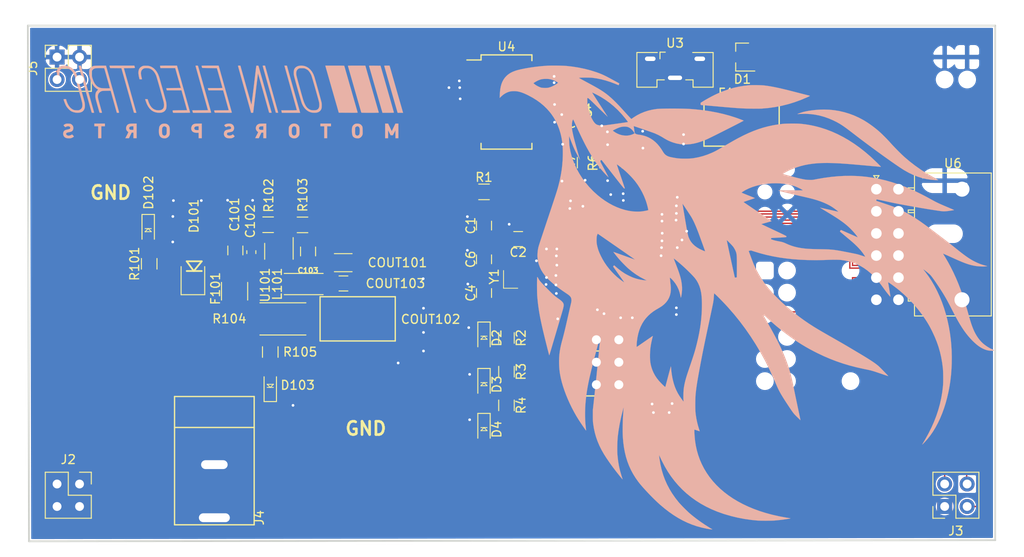
<source format=kicad_pcb>
(kicad_pcb (version 20171130) (host pcbnew 5.1.7-a382d34a8~87~ubuntu20.04.1)
  (layers (0 F.Cu signal) (31 B.Cu signal hide) (34 B.Paste user) (35 F.Paste user) (36 B.SilkS user hide) (37 F.SilkS user) (38 B.Mask user) (39 F.Mask user) (44 Edge.Cuts user))
  (net 0 "")
  (net 1 GND)
  (net 2 /12V)
  (net 3 VCC)
  (net 4 "Net-(C101-Pad1)")
  (net 5 "Net-(C103-Pad2)")
  (net 6 "Net-(C103-Pad1)")
  (net 7 "Net-(COUT101-Pad1)")
  (net 8 "Net-(D102-Pad2)")
  (net 9 "Net-(D103-Pad2)")
  (net 10 "Net-(R102-Pad1)")
  (net 11 "Net-(C2-Pad1)")
  (net 12 "Net-(C4-Pad1)")
  (net 13 "Net-(C6-Pad1)")
  (net 14 "Net-(C16-Pad1)")
  (net 15 "Net-(D1-Pad1)")
  (net 16 "Net-(D2-Pad2)")
  (net 17 "Net-(D3-Pad2)")
  (net 18 "Net-(D4-Pad2)")
  (net 19 "Net-(F1-Pad1)")
  (net 20 /MISO)
  (net 21 /SCK)
  (net 22 /MOSI)
  (net 23 /RESET)
  (net 24 "Net-(J3-Pad1)")
  (net 25 /SCL)
  (net 26 /SDA)
  (net 27 "Net-(R2-Pad2)")
  (net 28 "Net-(R3-Pad2)")
  (net 29 "Net-(R4-Pad2)")
  (net 30 /D4)
  (net 31 /D5)
  (net 32 /D6)
  (net 33 /D7)
  (net 34 "Net-(U1-Pad14)")
  (net 35 /AI1)
  (net 36 "Net-(U1-Pad20)")
  (net 37 /AI2)
  (net 38 /AI3)
  (net 39 /AI4)
  (net 40 /D1)
  (net 41 /D2)
  (net 42 /RXD)
  (net 43 /TXD)
  (net 44 /D3)
  (net 45 "Net-(U4-Pad2)")
  (net 46 "Net-(U4-Pad3)")
  (net 47 "Net-(U4-Pad6)")
  (net 48 "Net-(U4-Pad9)")
  (net 49 "Net-(U4-Pad10)")
  (net 50 "Net-(U4-Pad11)")
  (net 51 "Net-(U4-Pad12)")
  (net 52 "Net-(U4-Pad13)")
  (net 53 "Net-(U4-Pad14)")
  (net 54 /USBDP)
  (net 55 /USBDM)
  (net 56 "Net-(U4-Pad19)")
  (net 57 "Net-(U4-Pad22)")
  (net 58 "Net-(U4-Pad23)")
  (net 59 "Net-(U4-Pad27)")
  (net 60 "Net-(U4-Pad28)")
  (net 61 "Net-(U6-Pad12)")
  (net 62 "Net-(U3-Pad4)")
  (module footprints:R_0805_OEM (layer F.Cu) (at 166.37 91.948 270)
    (fp_text reference R5 (at 0 -1.65 90) (layer F.SilkS))
    (fp_text value R_10K hide)
    (pad 2 smd rect (at 0.95 0 270) (size 0.7 1.3) (layers F.Cu F.Paste F.Mask) (net 26 /SDA))
    (pad 1 smd rect (at -0.95 0 270) (size 0.7 1.3) (layers F.Cu F.Paste F.Mask) (net 3 VCC))
  )
  (module footprints:R_0805_OEM (layer F.Cu) (at 149.86 95.25)
    (fp_text reference R1 (at 0 -1.65) (layer F.SilkS))
    (fp_text value R_100 hide)
    (pad 1 smd rect (at -0.95 0) (size 0.7 1.3) (layers F.Cu F.Paste F.Mask) (net 3 VCC))
    (pad 2 smd rect (at 0.95 0) (size 0.7 1.3) (layers F.Cu F.Paste F.Mask) (net 11 "Net-(C2-Pad1)"))
  )
  (module footprints:R_0805_OEM (layer F.Cu) (at 112.014 103.378 90)
    (fp_text reference R101 (at 0 -1.65 90) (layer F.SilkS))
    (fp_text value R_1K hide)
    (pad 1 smd rect (at -0.95 0 90) (size 0.7 1.3) (layers F.Cu F.Paste F.Mask) (net 4 "Net-(C101-Pad1)"))
    (pad 2 smd rect (at 0.95 0 90) (size 0.7 1.3) (layers F.Cu F.Paste F.Mask) (net 8 "Net-(D102-Pad2)"))
  )
  (module footprints:L_100uH_OEM (layer F.Cu) (at 129.4767 105.66654)
    (fp_text reference L101 (at -2.9847 -0.00254 90) (layer F.SilkS))
    (fp_text value L_100uH hide)
    (pad 2 smd rect (at 1.6 0) (size 1.2 2) (layers F.Cu F.Paste F.Mask) (net 7 "Net-(COUT101-Pad1)"))
    (pad 1 smd rect (at -1.6 0) (size 1.2 2) (layers F.Cu F.Paste F.Mask) (net 5 "Net-(C103-Pad2)"))
  )
  (module footprints:Fuse_1812 (layer F.Cu) (at 132.8293 109.601)
    (fp_text reference COUT102 (at 10.9957 0.049) (layer F.SilkS))
    (fp_text value C_33uF hide)
    (pad 1 smd rect (at 0 0) (size 1.78 3.5) (layers F.Cu F.Paste F.Mask) (net 7 "Net-(COUT101-Pad1)"))
    (pad 2 smd rect (at 5.28 0) (size 1.78 3.5) (layers F.Cu F.Paste F.Mask) (net 1 GND))
  )
  (module footprints:C_0805_OEM (layer F.Cu) (at 129.9718 101.981 270)
    (fp_text reference C103 (at 2.159 0.0032) (layer F.SilkS) (effects (font (size 0.6 0.6))))
    (fp_text value C_0.1uF hide)
    (pad 2 smd rect (at 1 0 270) (size 1 1.25) (layers F.Cu F.Paste F.Mask) (net 5 "Net-(C103-Pad2)"))
    (pad 1 smd rect (at -1 0 270) (size 1 1.25) (layers F.Cu F.Paste F.Mask) (net 6 "Net-(C103-Pad1)"))
  )
  (module footprints:Fuse_1210 (layer F.Cu) (at 121.666 106.479 270)
    (fp_text reference F101 (at -0.307 2.159 270) (layer F.SilkS))
    (fp_text value F_500mA_16V hide)
    (pad 2 smd rect (at 1.45 0 270) (size 0.9 2.5) (layers F.Cu F.Paste F.Mask) (net 2 /12V))
    (pad 1 smd rect (at -1.45 0 270) (size 0.9 2.5) (layers F.Cu F.Paste F.Mask) (net 4 "Net-(C101-Pad1)"))
  )
  (module footprints:R_0805_OEM (layer F.Cu) (at 129.34442 98.97872 180)
    (fp_text reference R103 (at -0.03058 3.37872 270) (layer F.SilkS))
    (fp_text value R_100K hide)
    (pad 1 smd rect (at -0.95 0 180) (size 0.7 1.3) (layers F.Cu F.Paste F.Mask) (net 7 "Net-(COUT101-Pad1)"))
    (pad 2 smd rect (at 0.95 0 180) (size 0.7 1.3) (layers F.Cu F.Paste F.Mask) (net 10 "Net-(R102-Pad1)"))
  )
  (module footprints:R_0805_OEM (layer F.Cu) (at 125.45822 98.96348 180)
    (fp_text reference R102 (at -0.06678 3.31348 270) (layer F.SilkS))
    (fp_text value R_25K hide)
    (pad 2 smd rect (at 0.95 0 180) (size 0.7 1.3) (layers F.Cu F.Paste F.Mask) (net 1 GND))
    (pad 1 smd rect (at -0.95 0 180) (size 0.7 1.3) (layers F.Cu F.Paste F.Mask) (net 10 "Net-(R102-Pad1)"))
  )
  (module footprints:R_0805_OEM (layer F.Cu) (at 125.7 113.35 270)
    (fp_text reference R105 (at 0 -3.375) (layer F.SilkS))
    (fp_text value R_200 hide)
    (pad 1 smd rect (at -0.95 0 270) (size 0.7 1.3) (layers F.Cu F.Paste F.Mask) (net 3 VCC))
    (pad 2 smd rect (at 0.95 0 270) (size 0.7 1.3) (layers F.Cu F.Paste F.Mask) (net 9 "Net-(D103-Pad2)"))
  )
  (module footprints:R_2512_OEM (layer F.Cu) (at 127.1282 109.60608 180)
    (fp_text reference R104 (at 6.0532 0.00608 180) (layer F.SilkS))
    (fp_text value R_0_2512 hide)
    (pad 1 smd rect (at -3.1 0 180) (size 1 3.2) (layers F.Cu F.Paste F.Mask) (net 7 "Net-(COUT101-Pad1)"))
    (pad 2 smd rect (at 3.1 0 180) (size 1 3.2) (layers F.Cu F.Paste F.Mask) (net 3 VCC))
  )
  (module footprints:SOT-23-6_OEM (layer F.Cu) (at 126.6776 101.9658 270)
    (fp_text reference U101 (at 3.8092 1.5526 270) (layer F.SilkS))
    (fp_text value TPS560430YF hide)
    (pad 1 smd rect (at -1.1 -0.95 270) (size 1.06 0.65) (layers F.Cu F.Paste F.Mask) (net 6 "Net-(C103-Pad1)"))
    (pad 2 smd rect (at -1.1 0 270) (size 1.06 0.65) (layers F.Cu F.Paste F.Mask) (net 1 GND))
    (pad 3 smd rect (at -1.1 0.95 270) (size 1.06 0.65) (layers F.Cu F.Paste F.Mask) (net 10 "Net-(R102-Pad1)"))
    (pad 4 smd rect (at 1.1 0.95 270) (size 1.06 0.65) (layers F.Cu F.Paste F.Mask) (net 4 "Net-(C101-Pad1)"))
    (pad 6 smd rect (at 1.1 -0.95 270) (size 1.06 0.65) (layers F.Cu F.Paste F.Mask) (net 5 "Net-(C103-Pad2)"))
    (pad 5 smd rect (at 1.1 0 270) (size 1.06 0.65) (layers F.Cu F.Paste F.Mask) (net 4 "Net-(C101-Pad1)"))
  )
  (module footprints:C_1206_OEM (layer F.Cu) (at 133.9483 103.251)
    (fp_text reference COUT101 (at 6.1267 -0.001) (layer F.SilkS))
    (fp_text value C_22uF hide)
    (pad 1 smd rect (at -1.5 0) (size 1 1.6) (layers F.Cu F.Paste F.Mask) (net 7 "Net-(COUT101-Pad1)"))
    (pad 2 smd rect (at 1.5 0) (size 1 1.6) (layers F.Cu F.Paste F.Mask) (net 1 GND))
  )
  (module footprints:C_0805_OEM (layer F.Cu) (at 133.9723 105.6005)
    (fp_text reference COUT103 (at 5.8777 -0.0005) (layer F.SilkS))
    (fp_text value C_47uF hide)
    (pad 1 smd rect (at -1 0) (size 1 1.25) (layers F.Cu F.Paste F.Mask) (net 7 "Net-(COUT101-Pad1)"))
    (pad 2 smd rect (at 1 0) (size 1 1.25) (layers F.Cu F.Paste F.Mask) (net 1 GND))
  )
  (module footprints:DO-214AA (layer F.Cu) (at 116.9543 103.6955 90)
    (fp_text reference D101 (at 5.7205 0.1207 270) (layer F.SilkS))
    (fp_text value D_Zener_18V hide)
    (pad 2 smd rect (at 2.032 0 270) (size 1.778 2.159) (layers F.Cu F.Paste F.Mask) (net 1 GND))
    (pad 1 smd rect (at -2.032 0 270) (size 1.778 2.159) (layers F.Cu F.Paste F.Mask) (net 4 "Net-(C101-Pad1)"))
  )
  (module footprints:LED_0805_OEM (layer F.Cu) (at 125.7 117.15 90)
    (fp_text reference D103 (at 0.05 3.1 180) (layer F.SilkS))
    (fp_text value LED_0805 hide)
    (pad 2 smd rect (at 1.1 0 270) (size 1.2 1.2) (layers F.Cu F.Paste F.Mask) (net 9 "Net-(D103-Pad2)"))
    (pad 1 smd rect (at -1.1 0 270) (size 1.2 1.2) (layers F.Cu F.Paste F.Mask) (net 1 GND))
  )
  (module footprints:Logo_Large (layer B.Cu) (at 121.158 85.09 180)
    (fp_text reference G*** hide)
    (fp_text value LOGO hide)
  )
  (module footprints:LED_0805_OEM (layer F.Cu) (at 111.9 99.6 270)
    (fp_text reference D102 (at -4.275 -0.05 90) (layer F.SilkS))
    (fp_text value LED_0805 hide)
    (pad 2 smd rect (at 1.1 0 90) (size 1.2 1.2) (layers F.Cu F.Paste F.Mask) (net 8 "Net-(D102-Pad2)"))
    (pad 1 smd rect (at -1.1 0 90) (size 1.2 1.2) (layers F.Cu F.Paste F.Mask) (net 1 GND))
  )
  (module footprints:phoenix (layer B.Cu) (at 179.578 107.188 180)
    (fp_text reference G*** hide)
    (fp_text value LOGO hide)
  )
  (module footprints:C_0805_OEM (layer F.Cu) (at 121.75236 101.87 90)
    (fp_text reference C101 (at 4.064 -0.08636 90) (layer F.SilkS))
    (fp_text value C_0.1uF hide)
    (pad 2 smd rect (at 1 0 90) (size 1 1.25) (layers F.Cu F.Paste F.Mask) (net 1 GND))
    (pad 1 smd rect (at -1 0 90) (size 1 1.25) (layers F.Cu F.Paste F.Mask) (net 4 "Net-(C101-Pad1)"))
  )
  (module footprints:C_0603_1608Metric (layer F.Cu) (at 123.5583 102.0605 90)
    (fp_text reference C102 (at 3.5085 -0.1143 90) (layer F.SilkS))
    (fp_text value C_2.2uF)
    (pad 1 smd roundrect (at -0.7875 0 90) (size 0.875 0.95) (layers F.Cu F.Paste F.Mask) (net 4 "Net-(C101-Pad1)"))
    (pad 2 smd roundrect (at 0.7875 0 90) (size 0.875 0.95) (layers F.Cu F.Paste F.Mask) (net 1 GND))
  )
  (module footprints:C_0805_OEM (layer F.Cu) (at 149.86 99.06 90)
    (fp_text reference C1 (at 0 -1.5 90) (layer F.SilkS))
    (fp_text value C_0.1uF hide)
    (pad 1 smd rect (at -1 0 90) (size 1 1.25) (layers F.Cu F.Paste F.Mask) (net 3 VCC))
    (pad 2 smd rect (at 1 0 90) (size 1 1.25) (layers F.Cu F.Paste F.Mask) (net 1 GND))
  )
  (module footprints:C_0805_OEM (layer F.Cu) (at 153.7208 100.584 180)
    (fp_text reference C2 (at 0 -1.5) (layer F.SilkS))
    (fp_text value C_100pF hide)
    (pad 2 smd rect (at 1 0 180) (size 1 1.25) (layers F.Cu F.Paste F.Mask) (net 1 GND))
    (pad 1 smd rect (at -1 0 180) (size 1 1.25) (layers F.Cu F.Paste F.Mask) (net 11 "Net-(C2-Pad1)"))
  )
  (module footprints:C_0805_OEM (layer F.Cu) (at 149.86 106.68 90)
    (fp_text reference C4 (at 0 -1.5 90) (layer F.SilkS))
    (fp_text value C_30pF hide)
    (pad 2 smd rect (at 1 0 90) (size 1 1.25) (layers F.Cu F.Paste F.Mask) (net 1 GND))
    (pad 1 smd rect (at -1 0 90) (size 1 1.25) (layers F.Cu F.Paste F.Mask) (net 12 "Net-(C4-Pad1)"))
  )
  (module footprints:C_0805_OEM (layer F.Cu) (at 149.86 102.87 90)
    (fp_text reference C6 (at 0 -1.5 90) (layer F.SilkS))
    (fp_text value C_30pF hide)
    (pad 1 smd rect (at -1 0 90) (size 1 1.25) (layers F.Cu F.Paste F.Mask) (net 13 "Net-(C6-Pad1)"))
    (pad 2 smd rect (at 1 0 90) (size 1 1.25) (layers F.Cu F.Paste F.Mask) (net 1 GND))
  )
  (module footprints:C_0603_1608Metric (layer F.Cu) (at 160.7312 84.4296 180)
    (fp_text reference C11 (at 0 -1.43) (layer F.SilkS))
    (fp_text value C_4.7uF)
    (pad 2 smd roundrect (at 0.7875 0 180) (size 0.875 0.95) (layers F.Cu F.Paste F.Mask) (net 3 VCC))
    (pad 1 smd roundrect (at -0.7875 0 180) (size 0.875 0.95) (layers F.Cu F.Paste F.Mask) (net 1 GND))
  )
  (module footprints:C_0603_1608Metric (layer F.Cu) (at 160.7312 86.0552 180)
    (fp_text reference C12 (at 0 -1.43) (layer F.SilkS))
    (fp_text value C_100nF)
    (pad 1 smd roundrect (at -0.7875 0 180) (size 0.875 0.95) (layers F.Cu F.Paste F.Mask) (net 1 GND))
    (pad 2 smd roundrect (at 0.7875 0 180) (size 0.875 0.95) (layers F.Cu F.Paste F.Mask) (net 3 VCC))
  )
  (module footprints:C_0603_1608Metric (layer F.Cu) (at 160.7312 87.6808)
    (fp_text reference C16 (at 0 -1.43) (layer F.SilkS))
    (fp_text value C_100nF)
    (pad 1 smd roundrect (at -0.7875 0) (size 0.875 0.95) (layers F.Cu F.Paste F.Mask) (net 14 "Net-(C16-Pad1)"))
    (pad 2 smd roundrect (at 0.7875 0) (size 0.875 0.95) (layers F.Cu F.Paste F.Mask) (net 1 GND))
  )
  (module Package_TO_SOT_SMD:SOT-23 (layer F.Cu) (at 179.07 80.01 180)
    (fp_text reference D1 (at 0 -2.5) (layer F.SilkS))
    (fp_text value BAS40-00)
    (pad 3 smd rect (at 1 0 180) (size 0.9 0.8) (layers F.Cu F.Paste F.Mask) (net 3 VCC))
    (pad 2 smd rect (at -1 0.95 180) (size 0.9 0.8) (layers F.Cu F.Paste F.Mask))
    (pad 1 smd rect (at -1 -0.95 180) (size 0.9 0.8) (layers F.Cu F.Paste F.Mask) (net 15 "Net-(D1-Pad1)"))
  )
  (module footprints:LED_0805_OEM (layer F.Cu) (at 149.86 111.76 270)
    (fp_text reference D2 (at 0 -1.45 90) (layer F.SilkS))
    (fp_text value LED_0805 hide)
    (pad 2 smd rect (at 1.1 0 90) (size 1.2 1.2) (layers F.Cu F.Paste F.Mask) (net 16 "Net-(D2-Pad2)"))
    (pad 1 smd rect (at -1.1 0 90) (size 1.2 1.2) (layers F.Cu F.Paste F.Mask) (net 1 GND))
  )
  (module footprints:LED_0805_OEM (layer F.Cu) (at 149.86 117.01 270)
    (fp_text reference D3 (at 0 -1.45 90) (layer F.SilkS))
    (fp_text value LED_0805 hide)
    (pad 2 smd rect (at 1.1 0 90) (size 1.2 1.2) (layers F.Cu F.Paste F.Mask) (net 17 "Net-(D3-Pad2)"))
    (pad 1 smd rect (at -1.1 0 90) (size 1.2 1.2) (layers F.Cu F.Paste F.Mask) (net 1 GND))
  )
  (module footprints:LED_0805_OEM (layer F.Cu) (at 149.86 122.09 270)
    (fp_text reference D4 (at 0 -1.45 90) (layer F.SilkS))
    (fp_text value LED_0805 hide)
    (pad 1 smd rect (at -1.1 0 90) (size 1.2 1.2) (layers F.Cu F.Paste F.Mask) (net 1 GND))
    (pad 2 smd rect (at 1.1 0 90) (size 1.2 1.2) (layers F.Cu F.Paste F.Mask) (net 18 "Net-(D4-Pad2)"))
  )
  (module footprints:Fuse_1812 (layer F.Cu) (at 176.2252 87.5792)
    (fp_text reference F1 (at 1 -3.5) (layer F.SilkS))
    (fp_text value 200mA_Fuse hide)
    (pad 2 smd rect (at 5.28 0) (size 1.78 3.5) (layers F.Cu F.Paste F.Mask) (net 15 "Net-(D1-Pad1)"))
    (pad 1 smd rect (at 0 0) (size 1.78 3.5) (layers F.Cu F.Paste F.Mask) (net 19 "Net-(F1-Pad1)"))
  )
  (module footprints:Pin_Header_Straight_2x03 (layer F.Cu) (at 162.56 111.9632)
    (fp_text reference J1 (at 1.778 -2.54) (layer F.SilkS))
    (fp_text value CONN_02X03 hide)
    (pad 1 thru_hole rect (at 0 0) (size 1.4 1.4) (drill 1.016) (layers *.Cu *.Mask) (net 20 /MISO))
    (pad 2 thru_hole circle (at 2.54 0) (size 1.4 1.4) (drill 1.016) (layers *.Cu *.Mask) (net 3 VCC))
    (pad 3 thru_hole circle (at 0 2.54) (size 1.4 1.4) (drill 1.016) (layers *.Cu *.Mask) (net 21 /SCK))
    (pad 4 thru_hole circle (at 2.54 2.54) (size 1.4 1.4) (drill 1.016) (layers *.Cu *.Mask) (net 22 /MOSI))
    (pad 5 thru_hole circle (at 0 5.08) (size 1.4 1.4) (drill 1.016) (layers *.Cu *.Mask) (net 23 /RESET))
    (pad 6 thru_hole circle (at 2.54 5.08) (size 1.4 1.4) (drill 1.016) (layers *.Cu *.Mask) (net 1 GND))
  )
  (module formula:PinSocket_2x02_P2.54mm_Vertical (layer F.Cu) (at 104.14 128.27)
    (fp_text reference J2 (at -1.27 -2.77) (layer F.SilkS))
    (fp_text value Conn_01x04_Female)
    (pad 1 thru_hole rect (at 0 0) (size 1.7 1.7) (drill 1) (layers *.Cu *.Mask) (net 1 GND))
    (pad 2 thru_hole oval (at -2.54 0) (size 1.7 1.7) (drill 1) (layers *.Cu *.Mask) (net 1 GND))
    (pad 3 thru_hole oval (at 0 2.54) (size 1.7 1.7) (drill 1) (layers *.Cu *.Mask) (net 2 /12V))
    (pad 4 thru_hole oval (at -2.54 2.54) (size 1.7 1.7) (drill 1) (layers *.Cu *.Mask) (net 2 /12V))
  )
  (module formula:PinSocket_2x02_P2.54mm_Vertical (layer F.Cu) (at 201.93 130.81 180)
    (fp_text reference J3 (at -1.27 -2.77) (layer F.SilkS))
    (fp_text value Conn_01x04_Female)
    (pad 4 thru_hole oval (at -2.54 2.54 180) (size 1.7 1.7) (drill 1) (layers *.Cu *.Mask) (net 20 /MISO))
    (pad 3 thru_hole oval (at 0 2.54 180) (size 1.7 1.7) (drill 1) (layers *.Cu *.Mask) (net 22 /MOSI))
    (pad 2 thru_hole oval (at -2.54 0 180) (size 1.7 1.7) (drill 1) (layers *.Cu *.Mask) (net 21 /SCK))
    (pad 1 thru_hole rect (at 0 0 180) (size 1.7 1.7) (drill 1) (layers *.Cu *.Mask) (net 24 "Net-(J3-Pad1)"))
  )
  (module formula:barrel_jack_PJ-037A (layer F.Cu) (at 119.38 132.08 270)
    (fp_text reference J4 (at 0 -5.08 90) (layer F.SilkS))
    (fp_text value Barrel_Jack)
    (pad 1 thru_hole oval (at 0 0 270) (size 1.8 4.3) (drill oval 1 3.5) (layers *.Cu *.Mask) (net 1 GND))
    (pad 2 thru_hole oval (at -6 0 270) (size 1.8 3.8) (drill oval 1 3) (layers *.Cu *.Mask) (net 2 /12V))
  )
  (module formula:PinSocket_2x02_P2.54mm_Vertical (layer F.Cu) (at 101.6 80.01 90)
    (fp_text reference J5 (at -1.27 -2.77 90) (layer F.SilkS))
    (fp_text value Conn_01x04_Female)
    (pad 1 thru_hole rect (at 0 0 90) (size 1.7 1.7) (drill 1) (layers *.Cu *.Mask) (net 1 GND))
    (pad 2 thru_hole oval (at -2.54 0 90) (size 1.7 1.7) (drill 1) (layers *.Cu *.Mask) (net 1 GND))
    (pad 3 thru_hole oval (at 0 2.54 90) (size 1.7 1.7) (drill 1) (layers *.Cu *.Mask) (net 25 /SCL))
    (pad 4 thru_hole oval (at -2.54 2.54 90) (size 1.7 1.7) (drill 1) (layers *.Cu *.Mask) (net 26 /SDA))
  )
  (module footprints:R_0805_OEM (layer F.Cu) (at 152.4 111.76 270)
    (fp_text reference R2 (at 0 -1.65 90) (layer F.SilkS))
    (fp_text value R_200 hide)
    (pad 1 smd rect (at -0.95 0 270) (size 0.7 1.3) (layers F.Cu F.Paste F.Mask) (net 16 "Net-(D2-Pad2)"))
    (pad 2 smd rect (at 0.95 0 270) (size 0.7 1.3) (layers F.Cu F.Paste F.Mask) (net 27 "Net-(R2-Pad2)"))
  )
  (module footprints:R_0805_OEM (layer F.Cu) (at 152.4 115.57 270)
    (fp_text reference R3 (at 0 -1.65 90) (layer F.SilkS))
    (fp_text value R_200 hide)
    (pad 2 smd rect (at 0.95 0 270) (size 0.7 1.3) (layers F.Cu F.Paste F.Mask) (net 28 "Net-(R3-Pad2)"))
    (pad 1 smd rect (at -0.95 0 270) (size 0.7 1.3) (layers F.Cu F.Paste F.Mask) (net 17 "Net-(D3-Pad2)"))
  )
  (module footprints:R_0805_OEM (layer F.Cu) (at 152.4 119.38 270)
    (fp_text reference R4 (at 0 -1.65 90) (layer F.SilkS))
    (fp_text value R_200 hide)
    (pad 2 smd rect (at 0.95 0 270) (size 0.7 1.3) (layers F.Cu F.Paste F.Mask) (net 29 "Net-(R4-Pad2)"))
    (pad 1 smd rect (at -0.95 0 270) (size 0.7 1.3) (layers F.Cu F.Paste F.Mask) (net 18 "Net-(D4-Pad2)"))
  )
  (module footprints:R_0805_OEM (layer F.Cu) (at 163.83 91.948 90)
    (fp_text reference R6 (at 0 -1.65 90) (layer F.SilkS))
    (fp_text value R_10K hide)
    (pad 1 smd rect (at -0.95 0 90) (size 0.7 1.3) (layers F.Cu F.Paste F.Mask) (net 3 VCC))
    (pad 2 smd rect (at 0.95 0 90) (size 0.7 1.3) (layers F.Cu F.Paste F.Mask) (net 25 /SCL))
  )
  (module footprints:R_0805_OEM (layer F.Cu) (at 161.29 91.948 90)
    (fp_text reference R7 (at 0 -1.65 90) (layer F.SilkS))
    (fp_text value R_10K hide)
    (pad 2 smd rect (at 0.95 0 90) (size 0.7 1.3) (layers F.Cu F.Paste F.Mask) (net 23 /RESET))
    (pad 1 smd rect (at -0.95 0 90) (size 0.7 1.3) (layers F.Cu F.Paste F.Mask) (net 3 VCC))
  )
  (module Package_QFP:TQFP-32_7x7mm_P0.8mm (layer F.Cu) (at 163.83 102.87)
    (fp_text reference U1 (at -2.2352 -5.9944) (layer F.SilkS))
    (fp_text value ATmega328P-AU)
    (pad 1 smd rect (at -4.25 -2.8) (size 1.6 0.55) (layers F.Cu F.Paste F.Mask) (net 30 /D4))
    (pad 2 smd rect (at -4.25 -2) (size 1.6 0.55) (layers F.Cu F.Paste F.Mask) (net 27 "Net-(R2-Pad2)"))
    (pad 3 smd rect (at -4.25 -1.2) (size 1.6 0.55) (layers F.Cu F.Paste F.Mask) (net 1 GND))
    (pad 4 smd rect (at -4.25 -0.4) (size 1.6 0.55) (layers F.Cu F.Paste F.Mask) (net 3 VCC))
    (pad 5 smd rect (at -4.25 0.4) (size 1.6 0.55) (layers F.Cu F.Paste F.Mask) (net 1 GND))
    (pad 6 smd rect (at -4.25 1.2) (size 1.6 0.55) (layers F.Cu F.Paste F.Mask) (net 3 VCC))
    (pad 7 smd rect (at -4.25 2) (size 1.6 0.55) (layers F.Cu F.Paste F.Mask) (net 13 "Net-(C6-Pad1)"))
    (pad 8 smd rect (at -4.25 2.8) (size 1.6 0.55) (layers F.Cu F.Paste F.Mask) (net 12 "Net-(C4-Pad1)"))
    (pad 9 smd rect (at -2.8 4.25 90) (size 1.6 0.55) (layers F.Cu F.Paste F.Mask) (net 28 "Net-(R3-Pad2)"))
    (pad 10 smd rect (at -2 4.25 90) (size 1.6 0.55) (layers F.Cu F.Paste F.Mask) (net 29 "Net-(R4-Pad2)"))
    (pad 11 smd rect (at -1.2 4.25 90) (size 1.6 0.55) (layers F.Cu F.Paste F.Mask) (net 31 /D5))
    (pad 12 smd rect (at -0.4 4.25 90) (size 1.6 0.55) (layers F.Cu F.Paste F.Mask) (net 32 /D6))
    (pad 13 smd rect (at 0.4 4.25 90) (size 1.6 0.55) (layers F.Cu F.Paste F.Mask) (net 33 /D7))
    (pad 14 smd rect (at 1.2 4.25 90) (size 1.6 0.55) (layers F.Cu F.Paste F.Mask) (net 34 "Net-(U1-Pad14)"))
    (pad 15 smd rect (at 2 4.25 90) (size 1.6 0.55) (layers F.Cu F.Paste F.Mask) (net 22 /MOSI))
    (pad 16 smd rect (at 2.8 4.25 90) (size 1.6 0.55) (layers F.Cu F.Paste F.Mask) (net 20 /MISO))
    (pad 17 smd rect (at 4.25 2.8) (size 1.6 0.55) (layers F.Cu F.Paste F.Mask) (net 21 /SCK))
    (pad 18 smd rect (at 4.25 2) (size 1.6 0.55) (layers F.Cu F.Paste F.Mask) (net 11 "Net-(C2-Pad1)"))
    (pad 19 smd rect (at 4.25 1.2) (size 1.6 0.55) (layers F.Cu F.Paste F.Mask) (net 35 /AI1))
    (pad 20 smd rect (at 4.25 0.4) (size 1.6 0.55) (layers F.Cu F.Paste F.Mask) (net 36 "Net-(U1-Pad20)"))
    (pad 21 smd rect (at 4.25 -0.4) (size 1.6 0.55) (layers F.Cu F.Paste F.Mask) (net 1 GND))
    (pad 22 smd rect (at 4.25 -1.2) (size 1.6 0.55) (layers F.Cu F.Paste F.Mask) (net 37 /AI2))
    (pad 23 smd rect (at 4.25 -2) (size 1.6 0.55) (layers F.Cu F.Paste F.Mask) (net 38 /AI3))
    (pad 24 smd rect (at 4.25 -2.8) (size 1.6 0.55) (layers F.Cu F.Paste F.Mask) (net 39 /AI4))
    (pad 25 smd rect (at 2.8 -4.25 90) (size 1.6 0.55) (layers F.Cu F.Paste F.Mask) (net 40 /D1))
    (pad 26 smd rect (at 2 -4.25 90) (size 1.6 0.55) (layers F.Cu F.Paste F.Mask) (net 41 /D2))
    (pad 27 smd rect (at 1.2 -4.25 90) (size 1.6 0.55) (layers F.Cu F.Paste F.Mask) (net 26 /SDA))
    (pad 28 smd rect (at 0.4 -4.25 90) (size 1.6 0.55) (layers F.Cu F.Paste F.Mask) (net 25 /SCL))
    (pad 29 smd rect (at -0.4 -4.25 90) (size 1.6 0.55) (layers F.Cu F.Paste F.Mask) (net 23 /RESET))
    (pad 30 smd rect (at -1.2 -4.25 90) (size 1.6 0.55) (layers F.Cu F.Paste F.Mask) (net 42 /RXD))
    (pad 31 smd rect (at -2 -4.25 90) (size 1.6 0.55) (layers F.Cu F.Paste F.Mask) (net 43 /TXD))
    (pad 32 smd rect (at -2.8 -4.25 90) (size 1.6 0.55) (layers F.Cu F.Paste F.Mask) (net 44 /D3))
  )
  (module Package_SO:SSOP-28_5.3x10.2mm_P0.65mm (layer F.Cu) (at 152.4 85.09)
    (fp_text reference U4 (at 0 -6.25) (layer F.SilkS))
    (fp_text value FT232RL)
    (pad 1 smd rect (at -3.6 -4.225) (size 1.75 0.45) (layers F.Cu F.Paste F.Mask) (net 42 /RXD))
    (pad 2 smd rect (at -3.6 -3.575) (size 1.75 0.45) (layers F.Cu F.Paste F.Mask) (net 45 "Net-(U4-Pad2)"))
    (pad 3 smd rect (at -3.6 -2.925) (size 1.75 0.45) (layers F.Cu F.Paste F.Mask) (net 46 "Net-(U4-Pad3)"))
    (pad 4 smd rect (at -3.6 -2.275) (size 1.75 0.45) (layers F.Cu F.Paste F.Mask) (net 3 VCC))
    (pad 5 smd rect (at -3.6 -1.625) (size 1.75 0.45) (layers F.Cu F.Paste F.Mask) (net 43 /TXD))
    (pad 6 smd rect (at -3.6 -0.975) (size 1.75 0.45) (layers F.Cu F.Paste F.Mask) (net 47 "Net-(U4-Pad6)"))
    (pad 7 smd rect (at -3.6 -0.325) (size 1.75 0.45) (layers F.Cu F.Paste F.Mask) (net 1 GND))
    (pad 8 smd rect (at -3.6 0.325) (size 1.75 0.45) (layers F.Cu F.Paste F.Mask))
    (pad 9 smd rect (at -3.6 0.975) (size 1.75 0.45) (layers F.Cu F.Paste F.Mask) (net 48 "Net-(U4-Pad9)"))
    (pad 10 smd rect (at -3.6 1.625) (size 1.75 0.45) (layers F.Cu F.Paste F.Mask) (net 49 "Net-(U4-Pad10)"))
    (pad 11 smd rect (at -3.6 2.275) (size 1.75 0.45) (layers F.Cu F.Paste F.Mask) (net 50 "Net-(U4-Pad11)"))
    (pad 12 smd rect (at -3.6 2.925) (size 1.75 0.45) (layers F.Cu F.Paste F.Mask) (net 51 "Net-(U4-Pad12)"))
    (pad 13 smd rect (at -3.6 3.575) (size 1.75 0.45) (layers F.Cu F.Paste F.Mask) (net 52 "Net-(U4-Pad13)"))
    (pad 14 smd rect (at -3.6 4.225) (size 1.75 0.45) (layers F.Cu F.Paste F.Mask) (net 53 "Net-(U4-Pad14)"))
    (pad 15 smd rect (at 3.6 4.225) (size 1.75 0.45) (layers F.Cu F.Paste F.Mask) (net 54 /USBDP))
    (pad 16 smd rect (at 3.6 3.575) (size 1.75 0.45) (layers F.Cu F.Paste F.Mask) (net 55 /USBDM))
    (pad 17 smd rect (at 3.6 2.925) (size 1.75 0.45) (layers F.Cu F.Paste F.Mask) (net 14 "Net-(C16-Pad1)"))
    (pad 18 smd rect (at 3.6 2.275) (size 1.75 0.45) (layers F.Cu F.Paste F.Mask) (net 1 GND))
    (pad 19 smd rect (at 3.6 1.625) (size 1.75 0.45) (layers F.Cu F.Paste F.Mask) (net 56 "Net-(U4-Pad19)"))
    (pad 20 smd rect (at 3.6 0.975) (size 1.75 0.45) (layers F.Cu F.Paste F.Mask) (net 3 VCC))
    (pad 21 smd rect (at 3.6 0.325) (size 1.75 0.45) (layers F.Cu F.Paste F.Mask) (net 1 GND))
    (pad 22 smd rect (at 3.6 -0.325) (size 1.75 0.45) (layers F.Cu F.Paste F.Mask) (net 57 "Net-(U4-Pad22)"))
    (pad 23 smd rect (at 3.6 -0.975) (size 1.75 0.45) (layers F.Cu F.Paste F.Mask) (net 58 "Net-(U4-Pad23)"))
    (pad 24 smd rect (at 3.6 -1.625) (size 1.75 0.45) (layers F.Cu F.Paste F.Mask))
    (pad 25 smd rect (at 3.6 -2.275) (size 1.75 0.45) (layers F.Cu F.Paste F.Mask) (net 1 GND))
    (pad 26 smd rect (at 3.6 -2.925) (size 1.75 0.45) (layers F.Cu F.Paste F.Mask) (net 1 GND))
    (pad 27 smd rect (at 3.6 -3.575) (size 1.75 0.45) (layers F.Cu F.Paste F.Mask) (net 59 "Net-(U4-Pad27)"))
    (pad 28 smd rect (at 3.6 -4.225) (size 1.75 0.45) (layers F.Cu F.Paste F.Mask) (net 60 "Net-(U4-Pad28)"))
  )
  (module footprints:NanoFit_RA_12 (layer F.Cu) (at 194.2084 94.9452)
    (fp_text reference U6 (at 8.65 -2.92) (layer F.SilkS))
    (fp_text value NanoFit_RA_TH_12)
    (pad 1 thru_hole roundrect (at 0 0) (size 1.7 1.7) (drill 1.2) (layers *.Cu *.Mask) (roundrect_rratio 0.147059) (net 40 /D1))
    (pad 2 thru_hole circle (at 0 2.5) (size 1.7 1.7) (drill 1.2) (layers *.Cu *.Mask) (net 41 /D2))
    (pad 3 thru_hole circle (at 0 5) (size 1.7 1.7) (drill 1.2) (layers *.Cu *.Mask) (net 44 /D3))
    (pad 4 thru_hole circle (at 0 7.5) (size 1.7 1.7) (drill 1.2) (layers *.Cu *.Mask) (net 30 /D4))
    (pad 5 thru_hole circle (at 0 10) (size 1.7 1.7) (drill 1.2) (layers *.Cu *.Mask) (net 31 /D5))
    (pad 6 thru_hole circle (at 0 12.5) (size 1.7 1.7) (drill 1.2) (layers *.Cu *.Mask) (net 32 /D6))
    (pad 7 thru_hole circle (at 2.5 0) (size 1.7 1.7) (drill 1.2) (layers *.Cu *.Mask) (net 33 /D7))
    (pad 8 thru_hole circle (at 2.5 2.5) (size 1.7 1.7) (drill 1.2) (layers *.Cu *.Mask) (net 35 /AI1))
    (pad 9 thru_hole circle (at 2.5 5) (size 1.7 1.7) (drill 1.2) (layers *.Cu *.Mask) (net 37 /AI2))
    (pad 10 thru_hole circle (at 2.5 7.5) (size 1.7 1.7) (drill 1.2) (layers *.Cu *.Mask) (net 38 /AI3))
    (pad 11 thru_hole circle (at 2.5 10) (size 1.7 1.7) (drill 1.2) (layers *.Cu *.Mask) (net 39 /AI4))
    (pad 12 thru_hole circle (at 2.5 12.5) (size 1.7 1.7) (drill 1.2) (layers *.Cu *.Mask) (net 61 "Net-(U6-Pad12)"))
    (pad "" np_thru_hole circle (at 9.68 0) (size 1.7 1.7) (drill 1.7) (layers *.Cu *.Mask))
    (pad "" np_thru_hole circle (at 9.68 12.5) (size 1.7 1.7) (drill 1.7) (layers *.Cu *.Mask))
  )
  (module footprints:Crystal_SMD_FA238 (layer F.Cu) (at 153.67 104.14 90)
    (fp_text reference Y1 (at -0.67564 -2.66192 90) (layer F.SilkS))
    (fp_text value Crystal_SMD hide)
    (pad 1 smd rect (at -1.1 0.8 90) (size 1.4 1.2) (layers F.Cu F.Mask) (net 12 "Net-(C4-Pad1)"))
    (pad 2 smd rect (at 1.1 0.8 90) (size 1.4 1.2) (layers F.Cu F.Mask) (net 1 GND))
    (pad 3 smd rect (at 1.1 -0.8 90) (size 1.4 1.2) (layers F.Cu F.Mask) (net 13 "Net-(C6-Pad1)"))
    (pad 4 smd rect (at -1.1 -0.8 90) (size 1.4 1.2) (layers F.Cu F.Mask) (net 1 GND))
  )
  (module Connector_USB:USB_Micro-B_Molex-105133-0031 (layer F.Cu) (at 171.45 81.28)
    (fp_text reference U3 (at 0 -2.85) (layer F.SilkS))
    (fp_text value USB_MicroB)
    (pad 3 smd rect (at 0 -0.825) (size 0.45 1.5) (layers F.Cu F.Paste F.Mask) (net 54 /USBDP))
    (pad 4 smd rect (at 0.65 -0.825) (size 0.45 1.5) (layers F.Cu F.Paste F.Mask) (net 62 "Net-(U3-Pad4)"))
    (pad 2 smd rect (at -0.65 -0.825) (size 0.45 1.5) (layers F.Cu F.Paste F.Mask) (net 55 /USBDM))
    (pad 5 smd rect (at 1.3 -0.825) (size 0.45 1.5) (layers F.Cu F.Paste F.Mask) (net 1 GND))
    (pad 1 smd rect (at -1.3 -0.825) (size 0.45 1.5) (layers F.Cu F.Paste F.Mask) (net 19 "Net-(F1-Pad1)"))
    (pad 6 thru_hole oval (at -2.8 -1.075) (size 1.8 1.1) (drill oval 1.2 0.5) (layers *.Cu *.Mask) (net 1 GND))
    (pad 6 thru_hole oval (at 2.8 -1.075) (size 1.8 1.1) (drill oval 1.2 0.5) (layers *.Cu *.Mask) (net 1 GND))
    (pad 6 thru_hole oval (at 0 1.075) (size 2.2 1.1) (drill oval 1.6 0.5) (layers *.Cu *.Mask) (net 1 GND))
  )
  (gr_line (start 98.425 134.747) (end 98.298 76.454) (layer Edge.Cuts) (width 0.2))
  (gr_line (start 207.645 134.62) (end 98.425 134.747) (layer Edge.Cuts) (width 0.2))
  (gr_line (start 207.645 76.454) (end 207.645 134.62) (layer Edge.Cuts) (width 0.2))
  (gr_line (start 98.298 76.454) (end 207.645 76.454) (layer Edge.Cuts) (width 0.2))
  (gr_text GND (at 107.65282 95.3389) (layer F.SilkS) (effects (font (size 1.5 1.5) (thickness 0.3))))
  (gr_text GND (at 136.5 122) (layer F.SilkS) (effects (font (size 1.5 1.5) (thickness 0.3))))
  (segment (start 162.598434 105.41) (end 162.633555 105.445121) (width 0.1524) (layer B.Cu) (net 0))
  (segment (start 162.56 105.41) (end 162.598434 105.41) (width 0.1524) (layer B.Cu) (net 0))
  (segment (start 161.756402 106.04577) (end 162.390632 106.68) (width 0.1524) (layer B.Cu) (net 0))
  (segment (start 161.756402 105.70909) (end 161.756402 106.04577) (width 0.1524) (layer B.Cu) (net 0))
  (segment (start 162.020371 105.445121) (end 161.756402 105.70909) (width 0.1524) (layer B.Cu) (net 0))
  (segment (start 162.633555 105.445121) (end 162.020371 105.445121) (width 0.1524) (layer B.Cu) (net 0))
  (via (at 143.01978 108.39958) (size 0.6096) (drill 0.3048) (layers F.Cu B.Cu) (net 1))
  (segment (start 143.01978 113.23574) (end 143.12138 113.33734) (width 0.1524) (layer F.Cu) (net 1))
  (segment (start 142.98422 105.06456) (end 142.98422 108.36402) (width 0.1524) (layer B.Cu) (net 1))
  (segment (start 142.98422 108.36402) (end 143.01978 108.39958) (width 0.1524) (layer B.Cu) (net 1))
  (via (at 142.98422 105.06456) (size 0.6096) (drill 0.3048) (layers F.Cu B.Cu) (net 1))
  (via (at 143.01978 113.23574) (size 0.6096) (drill 0.3048) (layers F.Cu B.Cu) (net 1))
  (segment (start 143.01978 112.670055) (end 143.02232 112.667515) (width 0.1524) (layer B.Cu) (net 1))
  (segment (start 143.01978 113.23574) (end 143.01978 112.670055) (width 0.1524) (layer B.Cu) (net 1))
  (via (at 143.01978 111.13516) (size 0.6096) (drill 0.3048) (layers F.Cu B.Cu) (net 1))
  (segment (start 143.02232 111.1377) (end 143.01978 111.13516) (width 0.1524) (layer B.Cu) (net 1))
  (segment (start 143.02232 112.667515) (end 143.02232 111.1377) (width 0.1524) (layer B.Cu) (net 1))
  (via (at 123.70562 96.20504) (size 0.6096) (drill 0.3048) (layers F.Cu B.Cu) (net 1))
  (via (at 120.87606 96.19234) (size 0.6096) (drill 0.3048) (layers F.Cu B.Cu) (net 1))
  (segment (start 123.70562 96.20504) (end 120.88876 96.20504) (width 0.1524) (layer B.Cu) (net 1))
  (segment (start 120.88876 96.20504) (end 120.87606 96.19234) (width 0.1524) (layer B.Cu) (net 1))
  (via (at 117.9068 96.23044) (size 0.6096) (drill 0.3048) (layers F.Cu B.Cu) (net 1))
  (segment (start 117.9449 96.19234) (end 117.9068 96.23044) (width 0.1524) (layer F.Cu) (net 1))
  (segment (start 117.9068 96.23044) (end 117.341115 96.23044) (width 0.1524) (layer B.Cu) (net 1))
  (via (at 114.75212 96.23044) (size 0.6096) (drill 0.3048) (layers F.Cu B.Cu) (net 1))
  (segment (start 117.341115 96.23044) (end 114.75212 96.23044) (width 0.1524) (layer B.Cu) (net 1))
  (via (at 114.68862 98.02876) (size 0.6096) (drill 0.3048) (layers F.Cu B.Cu) (net 1))
  (segment (start 114.75212 97.96526) (end 114.68862 98.02876) (width 0.1524) (layer F.Cu) (net 1))
  (via (at 114.67592 100.90912) (size 0.6096) (drill 0.3048) (layers F.Cu B.Cu) (net 1))
  (segment (start 114.68862 98.02876) (end 114.68862 100.89642) (width 0.1524) (layer B.Cu) (net 1))
  (segment (start 114.68862 100.89642) (end 114.67592 100.90912) (width 0.1524) (layer B.Cu) (net 1))
  (segment (start 116.19992 100.90912) (end 116.9543 101.6635) (width 0.1524) (layer F.Cu) (net 1))
  (via (at 140.15466 114.58956) (size 0.6096) (drill 0.3048) (layers F.Cu B.Cu) (net 1))
  (segment (start 139.34948 114.58956) (end 140.15466 114.58956) (width 0.1524) (layer B.Cu) (net 1))
  (segment (start 132.0292 121.90984) (end 139.34948 114.58956) (width 0.1524) (layer B.Cu) (net 1))
  (segment (start 116.7638 101.6635) (end 116.9543 101.6635) (width 0.1524) (layer F.Cu) (net 1))
  (segment (start 141.81836 109.601) (end 143.01978 108.39958) (width 0.1524) (layer F.Cu) (net 1))
  (segment (start 138.1093 109.601) (end 141.81836 109.601) (width 0.1524) (layer F.Cu) (net 1))
  (segment (start 123.25512 101.36368) (end 123.5583 101.0605) (width 0.1524) (layer F.Cu) (net 1))
  (segment (start 121.75236 101.36368) (end 123.25512 101.36368) (width 0.1524) (layer F.Cu) (net 1))
  (segment (start 123.6833 101.0605) (end 123.5583 101.0605) (width 0.1524) (layer F.Cu) (net 1))
  (segment (start 124.50822 100.23558) (end 123.6833 101.0605) (width 0.1524) (layer F.Cu) (net 1))
  (segment (start 124.50822 98.96348) (end 124.50822 100.23558) (width 0.1524) (layer F.Cu) (net 1))
  (segment (start 124.50822 97.00764) (end 123.70562 96.20504) (width 0.1524) (layer F.Cu) (net 1))
  (segment (start 124.50822 98.96348) (end 124.50822 97.00764) (width 0.1524) (layer F.Cu) (net 1))
  (segment (start 114.21738 98.5) (end 114.68862 98.02876) (width 0.1524) (layer F.Cu) (net 1))
  (segment (start 111.9 98.5) (end 114.21738 98.5) (width 0.1524) (layer F.Cu) (net 1))
  (segment (start 135.4483 105.1245) (end 134.9723 105.6005) (width 0.1524) (layer F.Cu) (net 1))
  (segment (start 135.4483 103.251) (end 135.4483 105.1245) (width 0.1524) (layer F.Cu) (net 1))
  (segment (start 138.1093 108.8625) (end 138.1093 109.601) (width 0.1524) (layer F.Cu) (net 1))
  (segment (start 134.9723 105.7255) (end 138.1093 108.8625) (width 0.1524) (layer F.Cu) (net 1))
  (segment (start 134.9723 105.6005) (end 134.9723 105.7255) (width 0.1524) (layer F.Cu) (net 1))
  (segment (start 126.6776 101.6498) (end 126.6776 100.8658) (width 0.1524) (layer F.Cu) (net 1))
  (segment (start 126.652199 101.675201) (end 126.6776 101.6498) (width 0.1524) (layer F.Cu) (net 1))
  (segment (start 125.052001 101.675201) (end 126.652199 101.675201) (width 0.1524) (layer F.Cu) (net 1))
  (segment (start 124.4373 101.0605) (end 125.052001 101.675201) (width 0.1524) (layer F.Cu) (net 1))
  (segment (start 123.5583 101.0605) (end 124.4373 101.0605) (width 0.1524) (layer F.Cu) (net 1))
  (segment (start 115.4303 101.6635) (end 114.67592 100.90912) (width 0.1524) (layer F.Cu) (net 1))
  (segment (start 116.9543 101.6635) (end 115.4303 101.6635) (width 0.1524) (layer F.Cu) (net 1))
  (segment (start 170.125823 82.539714) (end 169.735286 82.539714) (width 0.1524) (layer B.Cu) (net 1))
  (segment (start 101.6 80.01) (end 101.6 82.55) (width 0.1524) (layer F.Cu) (net 1))
  (via (at 128.27 119.38) (size 0.6096) (drill 0.3048) (layers F.Cu B.Cu) (net 1))
  (segment (start 127.14 118.25) (end 128.27 119.38) (width 0.1524) (layer F.Cu) (net 1))
  (segment (start 125.7 118.25) (end 127.14 118.25) (width 0.1524) (layer F.Cu) (net 1))
  (segment (start 173 80.205) (end 172.75 80.455) (width 0.1524) (layer F.Cu) (net 1))
  (segment (start 174.25 80.205) (end 173 80.205) (width 0.1524) (layer F.Cu) (net 1))
  (via (at 147.1676 84.7344) (size 0.6096) (drill 0.3048) (layers F.Cu B.Cu) (net 1))
  (segment (start 147.1982 84.765) (end 147.1676 84.7344) (width 0.1524) (layer F.Cu) (net 1))
  (segment (start 148.8 84.765) (end 147.1982 84.765) (width 0.1524) (layer F.Cu) (net 1))
  (segment (start 161.5187 84.4296) (end 161.5187 86.0552) (width 0.1524) (layer F.Cu) (net 1))
  (segment (start 161.5187 86.0552) (end 161.5187 87.6808) (width 0.1524) (layer F.Cu) (net 1))
  (via (at 157.7848 82.1944) (size 0.6096) (drill 0.3048) (layers F.Cu B.Cu) (net 1))
  (segment (start 157.7554 82.165) (end 157.7848 82.1944) (width 0.1524) (layer F.Cu) (net 1))
  (segment (start 156 82.165) (end 157.7554 82.165) (width 0.1524) (layer F.Cu) (net 1))
  (via (at 157.8356 85.36939) (size 0.6096) (drill 0.3048) (layers F.Cu B.Cu) (net 1))
  (segment (start 156 85.415) (end 157.78999 85.415) (width 0.1524) (layer F.Cu) (net 1))
  (segment (start 157.78999 85.415) (end 157.8356 85.36939) (width 0.1524) (layer F.Cu) (net 1))
  (via (at 169.8752 102.4636) (size 0.6096) (drill 0.3048) (layers F.Cu B.Cu) (net 1))
  (segment (start 169.8688 102.47) (end 169.8752 102.4636) (width 0.1524) (layer F.Cu) (net 1))
  (segment (start 168.08 102.47) (end 169.8688 102.47) (width 0.1524) (layer F.Cu) (net 1))
  (via (at 158.0896 101.7016) (size 0.6096) (drill 0.3048) (layers F.Cu B.Cu) (net 1))
  (segment (start 158.1212 101.67) (end 158.0896 101.7016) (width 0.1524) (layer F.Cu) (net 1))
  (segment (start 159.58 101.67) (end 158.1212 101.67) (width 0.1524) (layer F.Cu) (net 1))
  (via (at 148.0312 105.664) (size 0.6096) (drill 0.3048) (layers F.Cu B.Cu) (net 1))
  (segment (start 148.0472 105.68) (end 148.0312 105.664) (width 0.1524) (layer F.Cu) (net 1))
  (segment (start 149.86 105.68) (end 148.0472 105.68) (width 0.1524) (layer F.Cu) (net 1))
  (via (at 148.1328 110.5916) (size 0.6096) (drill 0.3048) (layers F.Cu B.Cu) (net 1))
  (segment (start 149.86 110.66) (end 148.2012 110.66) (width 0.1524) (layer F.Cu) (net 1))
  (segment (start 148.2012 110.66) (end 148.1328 110.5916) (width 0.1524) (layer F.Cu) (net 1))
  (via (at 147.9804 101.854) (size 0.6096) (drill 0.3048) (layers F.Cu B.Cu) (net 1))
  (segment (start 147.9964 101.87) (end 147.9804 101.854) (width 0.1524) (layer F.Cu) (net 1))
  (segment (start 149.86 101.87) (end 147.9964 101.87) (width 0.1524) (layer F.Cu) (net 1))
  (via (at 147.9804 98.044) (size 0.6096) (drill 0.3048) (layers F.Cu B.Cu) (net 1))
  (segment (start 147.9964 98.06) (end 147.9804 98.044) (width 0.1524) (layer F.Cu) (net 1))
  (segment (start 149.86 98.06) (end 147.9964 98.06) (width 0.1524) (layer F.Cu) (net 1))
  (via (at 148.2344 121.005602) (size 0.6096) (drill 0.3048) (layers F.Cu B.Cu) (net 1))
  (segment (start 149.86 120.99) (end 148.250002 120.99) (width 0.1524) (layer F.Cu) (net 1))
  (segment (start 148.250002 120.99) (end 148.2344 121.005602) (width 0.1524) (layer F.Cu) (net 1))
  (via (at 148.2344 115.8748) (size 0.6096) (drill 0.3048) (layers F.Cu B.Cu) (net 1))
  (segment (start 149.86 115.91) (end 148.2696 115.91) (width 0.1524) (layer F.Cu) (net 1))
  (segment (start 148.2696 115.91) (end 148.2344 115.8748) (width 0.1524) (layer F.Cu) (net 1))
  (segment (start 149.9964 105.8164) (end 149.86 105.68) (width 0.1524) (layer F.Cu) (net 1))
  (segment (start 151.7904 105.8164) (end 149.9964 105.8164) (width 0.1524) (layer F.Cu) (net 1))
  (segment (start 151.808 105.7988) (end 151.7904 105.8164) (width 0.1524) (layer F.Cu) (net 1))
  (segment (start 151.808 105.24) (end 151.808 105.7988) (width 0.1524) (layer F.Cu) (net 1))
  (segment (start 152.87 105.24) (end 151.808 105.24) (width 0.1524) (layer F.Cu) (net 1))
  (via (at 163.1696 87.7824) (size 0.6096) (drill 0.3048) (layers F.Cu B.Cu) (net 1))
  (segment (start 161.6203 87.7824) (end 163.1188 87.7824) (width 0.1524) (layer F.Cu) (net 1))
  (via (at 152.7048 98.9076) (size 0.6096) (drill 0.3048) (layers F.Cu B.Cu) (net 1))
  (segment (start 152.7208 98.9236) (end 152.7048 98.9076) (width 0.1524) (layer F.Cu) (net 1))
  (segment (start 152.7208 100.584) (end 152.7208 98.9236) (width 0.1524) (layer F.Cu) (net 1))
  (via (at 157.7848 82.9056) (size 0.6096) (drill 0.3048) (layers F.Cu B.Cu) (net 1))
  (segment (start 157.6942 82.815) (end 157.7848 82.9056) (width 0.1524) (layer F.Cu) (net 1))
  (segment (start 156 82.815) (end 157.6942 82.815) (width 0.1524) (layer F.Cu) (net 1))
  (via (at 155.785994 103.04) (size 0.6096) (drill 0.3048) (layers F.Cu B.Cu) (net 1))
  (segment (start 154.47 103.04) (end 155.785994 103.04) (width 0.1524) (layer F.Cu) (net 1))
  (segment (start 159.58 103.27) (end 158.35 103.27) (width 0.1524) (layer F.Cu) (net 1))
  (segment (start 158.35 103.27) (end 158.0896 103.5304) (width 0.1524) (layer F.Cu) (net 1))
  (via (at 158.0896 103.5304) (size 0.6096) (drill 0.3048) (layers F.Cu B.Cu) (net 1))
  (segment (start 157.831709 87.365) (end 157.84139 87.374681) (width 0.1524) (layer F.Cu) (net 1))
  (segment (start 156 87.365) (end 157.831709 87.365) (width 0.1524) (layer F.Cu) (net 1))
  (via (at 157.84139 87.374681) (size 0.6096) (drill 0.3048) (layers F.Cu B.Cu) (net 1))
  (segment (start 101.6 130.81) (end 104.14 130.81) (width 0.381) (layer F.Cu) (net 2))
  (segment (start 113.95 130.81) (end 119.38 125.38) (width 0.381) (layer F.Cu) (net 2))
  (segment (start 104.14 130.81) (end 113.95 130.81) (width 0.381) (layer F.Cu) (net 2))
  (segment (start 119.38 126.08) (end 119.38 113.9952) (width 0.381) (layer F.Cu) (net 2))
  (segment (start 119.38 113.9952) (end 119.38 108.0516) (width 0.381) (layer F.Cu) (net 2))
  (segment (start 121.5434 108.0516) (end 121.666 107.929) (width 0.1524) (layer F.Cu) (net 2))
  (segment (start 119.38 108.0516) (end 121.5434 108.0516) (width 0.381) (layer F.Cu) (net 2))
  (segment (start 125.7 110.52388) (end 125.7 111.796) (width 0.1524) (layer F.Cu) (net 3))
  (segment (start 124.7822 109.60608) (end 125.7 110.52388) (width 0.1524) (layer F.Cu) (net 3))
  (segment (start 125.7 111.796) (end 125.7 112.4) (width 0.1524) (layer F.Cu) (net 3))
  (segment (start 124.0282 109.60608) (end 124.7822 109.60608) (width 0.1524) (layer F.Cu) (net 3))
  (segment (start 134.62 102.87) (end 144.78 102.87) (width 0.1524) (layer B.Cu) (net 3))
  (segment (start 127 110.49) (end 134.62 102.87) (width 0.1524) (layer B.Cu) (net 3))
  (segment (start 148.8 82.815) (end 147.919618 82.815) (width 0.1524) (layer F.Cu) (net 3))
  (segment (start 165.73 90.998) (end 163.83 92.898) (width 0.1524) (layer F.Cu) (net 3))
  (segment (start 166.37 90.998) (end 165.73 90.998) (width 0.1524) (layer F.Cu) (net 3))
  (via (at 172.4152 89.8398) (size 0.6096) (drill 0.3048) (layers F.Cu B.Cu) (net 3))
  (segment (start 172.4152 89.8398) (end 172.4152 88.8492) (width 0.1524) (layer B.Cu) (net 3))
  (via (at 172.4152 88.773) (size 0.6096) (drill 0.3048) (layers F.Cu B.Cu) (net 3))
  (segment (start 172.4152 88.8492) (end 172.4152 88.773) (width 0.1524) (layer B.Cu) (net 3))
  (segment (start 172.0596 88.4174) (end 172.4152 88.773) (width 0.1524) (layer F.Cu) (net 3))
  (segment (start 173.02479 84.37881) (end 172.0596 85.344) (width 0.1524) (layer F.Cu) (net 3))
  (segment (start 176.63159 84.37881) (end 173.02479 84.37881) (width 0.1524) (layer F.Cu) (net 3))
  (segment (start 176.6824 84.328) (end 176.63159 84.37881) (width 0.1524) (layer F.Cu) (net 3))
  (segment (start 172.0596 85.344) (end 172.0596 88.4174) (width 0.1524) (layer F.Cu) (net 3))
  (segment (start 176.6824 80.01) (end 176.6824 84.328) (width 0.1524) (layer F.Cu) (net 3))
  (segment (start 178.07 80.01) (end 176.6824 80.01) (width 0.1524) (layer F.Cu) (net 3))
  (segment (start 172.2374 89.662) (end 172.4152 89.8398) (width 0.1524) (layer F.Cu) (net 3))
  (segment (start 166.37 89.662) (end 172.2374 89.662) (width 0.1524) (layer F.Cu) (net 3))
  (segment (start 166.37 90.998) (end 166.37 89.662) (width 0.1524) (layer F.Cu) (net 3))
  (segment (start 159.9437 84.4296) (end 159.9437 86.0552) (width 0.1524) (layer F.Cu) (net 3))
  (segment (start 159.6897 85.8012) (end 159.9437 86.0552) (width 0.1524) (layer F.Cu) (net 3))
  (via (at 147.066 82.7024) (size 0.6096) (drill 0.3048) (layers F.Cu B.Cu) (net 3))
  (segment (start 147.1786 82.815) (end 147.066 82.7024) (width 0.1524) (layer F.Cu) (net 3))
  (segment (start 148.8 82.815) (end 147.1786 82.815) (width 0.1524) (layer F.Cu) (net 3))
  (segment (start 147.1676 95.25) (end 148.91 95.25) (width 0.1524) (layer F.Cu) (net 3))
  (segment (start 147.1676 100.06) (end 147.1676 95.25) (width 0.1524) (layer F.Cu) (net 3))
  (segment (start 149.86 100.06) (end 147.1676 100.06) (width 0.1524) (layer F.Cu) (net 3))
  (segment (start 147.1676 116.332) (end 147.1676 100.06) (width 0.1524) (layer F.Cu) (net 3))
  (segment (start 132.77424 116.332) (end 147.1676 116.332) (width 0.1524) (layer F.Cu) (net 3))
  (segment (start 126.96612 110.52388) (end 132.77424 116.332) (width 0.1524) (layer F.Cu) (net 3))
  (segment (start 125.7 110.52388) (end 126.96612 110.52388) (width 0.1524) (layer F.Cu) (net 3))
  (via (at 163.83 93.98) (size 0.6096) (drill 0.3048) (layers F.Cu B.Cu) (net 3))
  (segment (start 163.83 92.898) (end 163.83 93.98) (width 0.1524) (layer F.Cu) (net 3))
  (segment (start 163.83 93.98) (end 161.3408 93.98) (width 0.1524) (layer B.Cu) (net 3))
  (via (at 161.29 93.9292) (size 0.6096) (drill 0.3048) (layers F.Cu B.Cu) (net 3))
  (segment (start 161.29 93.9292) (end 161.29 92.898) (width 0.1524) (layer F.Cu) (net 3))
  (segment (start 161.3408 93.98) (end 161.29 93.9292) (width 0.1524) (layer B.Cu) (net 3))
  (segment (start 159.7913 85.9028) (end 159.9437 86.0552) (width 0.1524) (layer F.Cu) (net 3))
  (segment (start 156.1622 85.9028) (end 159.7913 85.9028) (width 0.1524) (layer F.Cu) (net 3))
  (segment (start 156 86.065) (end 156.1622 85.9028) (width 0.1524) (layer F.Cu) (net 3))
  (via (at 156.9212 101.7016) (size 0.6096) (drill 0.3048) (layers F.Cu B.Cu) (net 3))
  (segment (start 156.9212 101.7016) (end 157.702533 102.482933) (width 0.1524) (layer B.Cu) (net 3))
  (segment (start 157.702533 102.482933) (end 158.038798 102.482933) (width 0.1524) (layer B.Cu) (net 3))
  (via (at 158.038798 102.482933) (size 0.6096) (drill 0.3048) (layers F.Cu B.Cu) (net 3))
  (segment (start 159.567067 102.482933) (end 159.58 102.47) (width 0.1524) (layer F.Cu) (net 3))
  (segment (start 158.038798 102.482933) (end 159.567067 102.482933) (width 0.1524) (layer F.Cu) (net 3))
  (segment (start 151.52361 101.66359) (end 156.88319 101.66359) (width 0.1524) (layer F.Cu) (net 3))
  (segment (start 151.4856 101.62558) (end 151.52361 101.66359) (width 0.1524) (layer F.Cu) (net 3))
  (segment (start 151.4856 100.076) (end 151.4856 101.62558) (width 0.1524) (layer F.Cu) (net 3))
  (segment (start 156.88319 101.66359) (end 156.9212 101.7016) (width 0.1524) (layer F.Cu) (net 3))
  (segment (start 151.4696 100.06) (end 151.4856 100.076) (width 0.1524) (layer F.Cu) (net 3))
  (segment (start 149.86 100.06) (end 151.4696 100.06) (width 0.1524) (layer F.Cu) (net 3))
  (segment (start 165.1 111.9632) (end 165.1 113.3348) (width 0.1524) (layer F.Cu) (net 3))
  (segment (start 165.1 113.3348) (end 164.9984 113.4364) (width 0.1524) (layer F.Cu) (net 3))
  (segment (start 164.9984 113.4364) (end 159.6136 113.4364) (width 0.1524) (layer F.Cu) (net 3))
  (segment (start 159.6136 113.4364) (end 159.6136 109.474) (width 0.1524) (layer F.Cu) (net 3))
  (via (at 158.1912 109.601) (size 0.6096) (drill 0.3048) (layers F.Cu B.Cu) (net 3))
  (segment (start 158.3182 109.474) (end 158.1912 109.601) (width 0.1524) (layer F.Cu) (net 3))
  (segment (start 159.6136 109.474) (end 158.3182 109.474) (width 0.1524) (layer F.Cu) (net 3))
  (via (at 157.988003 104.6988) (size 0.6096) (drill 0.3048) (layers F.Cu B.Cu) (net 3))
  (segment (start 158.572201 105.282998) (end 157.988003 104.6988) (width 0.1524) (layer B.Cu) (net 3))
  (segment (start 158.572201 109.219999) (end 158.572201 105.282998) (width 0.1524) (layer B.Cu) (net 3))
  (segment (start 158.1912 109.601) (end 158.572201 109.219999) (width 0.1524) (layer B.Cu) (net 3))
  (segment (start 158.616803 104.07) (end 159.58 104.07) (width 0.1524) (layer F.Cu) (net 3))
  (segment (start 157.988003 104.6988) (end 158.616803 104.07) (width 0.1524) (layer F.Cu) (net 3))
  (segment (start 148.8398 82.8548) (end 148.8 82.815) (width 0.1524) (layer F.Cu) (net 3))
  (segment (start 154.7876 82.8548) (end 148.8398 82.8548) (width 0.1524) (layer F.Cu) (net 3))
  (segment (start 154.7876 86.024) (end 154.7876 82.8548) (width 0.1524) (layer F.Cu) (net 3))
  (segment (start 154.8286 86.065) (end 154.7876 86.024) (width 0.1524) (layer F.Cu) (net 3))
  (segment (start 156 86.065) (end 154.8286 86.065) (width 0.1524) (layer F.Cu) (net 3))
  (segment (start 160.6804 102.5144) (end 159.6244 102.5144) (width 0.1524) (layer F.Cu) (net 3))
  (segment (start 160.6804 104.0508) (end 160.6804 102.5144) (width 0.1524) (layer F.Cu) (net 3))
  (segment (start 160.6996 104.07) (end 160.6804 104.0508) (width 0.1524) (layer F.Cu) (net 3))
  (segment (start 159.6244 102.5144) (end 159.58 102.47) (width 0.1524) (layer F.Cu) (net 3))
  (segment (start 159.58 104.07) (end 160.6996 104.07) (width 0.1524) (layer F.Cu) (net 3))
  (via (at 158.6738 94.0308) (size 0.6096) (drill 0.3048) (layers F.Cu B.Cu) (net 3))
  (segment (start 158.6738 95.148421) (end 158.6738 94.0308) (width 0.1524) (layer F.Cu) (net 3))
  (segment (start 160.1724 95.148421) (end 158.6738 95.148421) (width 0.1524) (layer F.Cu) (net 3))
  (segment (start 160.1724 99.248882) (end 160.1724 95.148421) (width 0.1524) (layer F.Cu) (net 3))
  (segment (start 160.6804 99.756882) (end 160.1724 99.248882) (width 0.1524) (layer F.Cu) (net 3))
  (segment (start 160.6804 102.5144) (end 160.6804 99.756882) (width 0.1524) (layer F.Cu) (net 3))
  (segment (start 161.1884 94.0308) (end 161.29 93.9292) (width 0.1524) (layer B.Cu) (net 3))
  (segment (start 158.6738 94.0308) (end 161.1884 94.0308) (width 0.1524) (layer B.Cu) (net 3))
  (via (at 158.6484 86.5124) (size 0.6096) (drill 0.3048) (layers F.Cu B.Cu) (net 3))
  (segment (start 159.9437 86.0552) (end 159.1056 86.0552) (width 0.1524) (layer F.Cu) (net 3))
  (segment (start 159.1056 86.0552) (end 158.6484 86.5124) (width 0.1524) (layer F.Cu) (net 3))
  (segment (start 159.8676 92.898) (end 159.8676 89.8652) (width 0.1524) (layer F.Cu) (net 3))
  (segment (start 161.29 92.898) (end 159.8676 92.898) (width 0.1524) (layer F.Cu) (net 3))
  (via (at 158.75 89.8652) (size 0.6096) (drill 0.3048) (layers F.Cu B.Cu) (net 3))
  (segment (start 159.8676 89.8652) (end 158.75 89.8652) (width 0.1524) (layer F.Cu) (net 3))
  (segment (start 158.6484 89.7636) (end 158.75 89.8652) (width 0.1524) (layer B.Cu) (net 3))
  (segment (start 158.6484 86.5124) (end 158.6484 89.7636) (width 0.1524) (layer B.Cu) (net 3))
  (segment (start 116.90666 105.77514) (end 116.9543 105.7275) (width 0.1524) (layer F.Cu) (net 4))
  (segment (start 125.7276 103.0658) (end 126.6776 103.0658) (width 0.1524) (layer F.Cu) (net 4))
  (segment (start 123.43648 102.93868) (end 123.5583 103.0605) (width 0.1524) (layer F.Cu) (net 4))
  (segment (start 121.75236 102.93868) (end 123.43648 102.93868) (width 0.1524) (layer F.Cu) (net 4))
  (segment (start 125.7223 103.0605) (end 125.7276 103.0658) (width 0.1524) (layer F.Cu) (net 4))
  (segment (start 123.5583 103.0605) (end 125.7223 103.0605) (width 0.1524) (layer F.Cu) (net 4))
  (segment (start 111.9 104.35) (end 112.2 104.35) (width 0.1524) (layer F.Cu) (net 4))
  (segment (start 121.17736 102.93868) (end 121.75236 102.93868) (width 0.1524) (layer F.Cu) (net 4))
  (segment (start 112.2 104.35) (end 113.61132 102.93868) (width 0.1524) (layer F.Cu) (net 4))
  (segment (start 113.61132 102.93868) (end 121.17736 102.93868) (width 0.1524) (layer F.Cu) (net 4))
  (segment (start 116.78666 105.89514) (end 116.9543 105.7275) (width 0.1524) (layer F.Cu) (net 4))
  (segment (start 121.75236 104.94264) (end 121.666 105.029) (width 0.1524) (layer F.Cu) (net 4))
  (segment (start 121.75236 102.87) (end 121.75236 104.94264) (width 0.1524) (layer F.Cu) (net 4))
  (segment (start 116.9543 105.7275) (end 118.5545 105.7275) (width 0.1524) (layer F.Cu) (net 4))
  (segment (start 119.253 105.029) (end 121.666 105.029) (width 0.1524) (layer F.Cu) (net 4))
  (segment (start 118.5545 105.7275) (end 119.253 105.029) (width 0.1524) (layer F.Cu) (net 4))
  (segment (start 127.6276 105.41744) (end 127.8767 105.66654) (width 0.1524) (layer F.Cu) (net 5))
  (segment (start 129.887 103.0658) (end 129.9718 102.981) (width 0.1524) (layer F.Cu) (net 5))
  (segment (start 127.6276 103.0658) (end 129.887 103.0658) (width 0.1524) (layer F.Cu) (net 5))
  (segment (start 127.8767 105.66654) (end 127.8767 103.3149) (width 0.1524) (layer F.Cu) (net 5))
  (segment (start 127.8767 103.3149) (end 127.6276 103.0658) (width 0.1524) (layer F.Cu) (net 5))
  (segment (start 129.8566 100.8658) (end 129.9718 100.981) (width 0.1524) (layer F.Cu) (net 6))
  (segment (start 127.6276 100.8658) (end 129.8566 100.8658) (width 0.1524) (layer F.Cu) (net 6))
  (segment (start 130.29442 98.97872) (end 130.29442 98.67872) (width 0.1524) (layer F.Cu) (net 7))
  (segment (start 130.23328 109.601) (end 130.2282 109.60608) (width 0.1524) (layer F.Cu) (net 7))
  (segment (start 132.88264 105.66654) (end 132.97154 105.57764) (width 0.1524) (layer F.Cu) (net 7))
  (segment (start 132.97154 109.45876) (end 132.8293 109.601) (width 0.1524) (layer F.Cu) (net 7))
  (segment (start 132.82422 109.60608) (end 132.8293 109.601) (width 0.1524) (layer F.Cu) (net 7))
  (segment (start 130.2282 109.60608) (end 132.82422 109.60608) (width 0.1524) (layer F.Cu) (net 7))
  (segment (start 132.9723 109.458) (end 132.8293 109.601) (width 0.1524) (layer F.Cu) (net 7))
  (segment (start 132.9723 105.6005) (end 132.9723 109.458) (width 0.1524) (layer F.Cu) (net 7))
  (segment (start 132.90626 105.66654) (end 132.9723 105.6005) (width 0.1524) (layer F.Cu) (net 7))
  (segment (start 131.0767 105.66654) (end 132.90626 105.66654) (width 0.1524) (layer F.Cu) (net 7))
  (segment (start 132.4483 105.0765) (end 132.9723 105.6005) (width 0.1524) (layer F.Cu) (net 7))
  (segment (start 132.4483 103.251) (end 132.4483 105.0765) (width 0.1524) (layer F.Cu) (net 7))
  (segment (start 130.89842 98.97872) (end 130.29442 98.97872) (width 0.1524) (layer F.Cu) (net 7))
  (segment (start 132.4483 100.5286) (end 130.89842 98.97872) (width 0.1524) (layer F.Cu) (net 7))
  (segment (start 132.4483 103.251) (end 132.4483 100.5286) (width 0.1524) (layer F.Cu) (net 7))
  (segment (start 111.9 100.7) (end 111.9 102.45) (width 0.1524) (layer F.Cu) (net 8))
  (segment (start 125.7 114.3) (end 125.7 116.05) (width 0.1524) (layer F.Cu) (net 9))
  (segment (start 128.37918 98.96348) (end 128.39442 98.97872) (width 0.1524) (layer F.Cu) (net 10))
  (segment (start 126.40822 98.96348) (end 128.37918 98.96348) (width 0.1524) (layer F.Cu) (net 10))
  (segment (start 125.7276 99.6441) (end 125.7276 100.8658) (width 0.1524) (layer F.Cu) (net 10))
  (segment (start 126.40822 98.96348) (end 125.7276 99.6441) (width 0.1524) (layer F.Cu) (net 10))
  (segment (start 150.81 95.25) (end 150.86 95.25) (width 0.1524) (layer F.Cu) (net 11))
  (segment (start 154.5844 100.4476) (end 154.7208 100.584) (width 0.381) (layer F.Cu) (net 11))
  (via (at 165.608 96.2152) (size 0.6096) (drill 0.3048) (layers F.Cu B.Cu) (net 11))
  (segment (start 170.535599 95.910401) (end 165.912799 95.910401) (width 0.1524) (layer F.Cu) (net 11))
  (segment (start 165.912799 95.910401) (end 165.608 96.2152) (width 0.1524) (layer F.Cu) (net 11))
  (segment (start 170.5356 104.8004) (end 170.535599 95.910401) (width 0.1524) (layer F.Cu) (net 11))
  (segment (start 170.466 104.87) (end 170.5356 104.8004) (width 0.1524) (layer F.Cu) (net 11))
  (segment (start 168.08 104.87) (end 170.466 104.87) (width 0.1524) (layer F.Cu) (net 11))
  (segment (start 150.8456 96.266) (end 154.5844 96.266) (width 0.1524) (layer F.Cu) (net 11))
  (segment (start 154.5844 96.266) (end 154.5844 100.4476) (width 0.1524) (layer F.Cu) (net 11))
  (segment (start 150.81 96.2304) (end 150.8456 96.266) (width 0.1524) (layer F.Cu) (net 11))
  (segment (start 150.81 95.25) (end 150.81 96.2304) (width 0.1524) (layer F.Cu) (net 11))
  (segment (start 154.7876 96.266) (end 154.5844 96.266) (width 0.1524) (layer F.Cu) (net 11))
  (segment (start 154.686 96.266) (end 154.7876 96.266) (width 0.1524) (layer F.Cu) (net 11))
  (segment (start 165.608 96.2152) (end 159.7152 96.2152) (width 0.1524) (layer B.Cu) (net 11))
  (segment (start 154.7876 96.266) (end 159.63899 96.266) (width 0.1524) (layer F.Cu) (net 11))
  (segment (start 159.6644 96.266) (end 159.63899 96.266) (width 0.381) (layer B.Cu) (net 11))
  (segment (start 159.7152 96.2152) (end 159.6644 96.266) (width 0.381) (layer B.Cu) (net 11))
  (via (at 159.63899 96.266) (size 0.6096) (drill 0.3048) (layers F.Cu B.Cu) (net 11))
  (segment (start 154.47 105.442922) (end 154.47 105.24) (width 0.1524) (layer F.Cu) (net 12))
  (segment (start 152.232922 107.68) (end 154.47 105.442922) (width 0.1524) (layer F.Cu) (net 12))
  (segment (start 149.86 107.68) (end 152.232922 107.68) (width 0.1524) (layer F.Cu) (net 12))
  (via (at 158.0388 106.7308) (size 0.6096) (drill 0.3048) (layers F.Cu B.Cu) (net 12))
  (via (at 156.870388 105.7148) (size 0.6096) (drill 0.3048) (layers F.Cu B.Cu) (net 12))
  (segment (start 159.0996 105.67) (end 158.0388 106.7308) (width 0.1524) (layer F.Cu) (net 12))
  (segment (start 154.47 105.24) (end 156.395588 105.24) (width 0.1524) (layer F.Cu) (net 12))
  (segment (start 159.58 105.67) (end 159.0996 105.67) (width 0.1524) (layer F.Cu) (net 12))
  (segment (start 157.886388 106.7308) (end 158.0388 106.7308) (width 0.1524) (layer B.Cu) (net 12))
  (segment (start 156.870388 105.7148) (end 157.886388 106.7308) (width 0.1524) (layer B.Cu) (net 12))
  (segment (start 156.395588 105.24) (end 156.870388 105.7148) (width 0.1524) (layer F.Cu) (net 12))
  (segment (start 152.04 103.87) (end 152.87 103.04) (width 0.1524) (layer F.Cu) (net 13))
  (segment (start 149.86 103.87) (end 152.04 103.87) (width 0.1524) (layer F.Cu) (net 13))
  (via (at 156.9212 104.927404) (size 0.6096) (drill 0.3048) (layers F.Cu B.Cu) (net 13))
  (segment (start 156.387804 104.927404) (end 156.9212 104.927404) (width 0.1524) (layer F.Cu) (net 13))
  (segment (start 156.3624 101.9684) (end 156.3624 104.902) (width 0.1524) (layer F.Cu) (net 13))
  (segment (start 152.87 101.9684) (end 156.3624 101.9684) (width 0.1524) (layer F.Cu) (net 13))
  (segment (start 156.3624 104.902) (end 156.387804 104.927404) (width 0.1524) (layer F.Cu) (net 13))
  (segment (start 152.87 103.04) (end 152.87 101.9684) (width 0.1524) (layer F.Cu) (net 13))
  (via (at 157.988 105.7656) (size 0.6096) (drill 0.3048) (layers F.Cu B.Cu) (net 13))
  (segment (start 156.9212 104.927404) (end 157.759396 105.7656) (width 0.1524) (layer B.Cu) (net 13))
  (segment (start 157.759396 105.7656) (end 157.988 105.7656) (width 0.1524) (layer B.Cu) (net 13))
  (segment (start 159.58 104.87) (end 158.8836 104.87) (width 0.1524) (layer F.Cu) (net 13))
  (segment (start 158.8836 104.87) (end 157.988 105.7656) (width 0.1524) (layer F.Cu) (net 13))
  (segment (start 159.8127 87.8118) (end 159.9437 87.6808) (width 0.254) (layer F.Cu) (net 14))
  (segment (start 159.7111 87.9134) (end 159.9437 87.6808) (width 0.1524) (layer F.Cu) (net 14))
  (segment (start 159.6095 88.015) (end 159.9437 87.6808) (width 0.1524) (layer F.Cu) (net 14))
  (segment (start 156 88.015) (end 159.6095 88.015) (width 0.1524) (layer F.Cu) (net 14))
  (segment (start 180.0352 80.9948) (end 180.07 80.96) (width 0.1524) (layer F.Cu) (net 15))
  (segment (start 180.0352 81.8896) (end 180.0352 80.9948) (width 0.1524) (layer F.Cu) (net 15))
  (segment (start 176.9872 81.8896) (end 180.0352 81.8896) (width 0.1524) (layer F.Cu) (net 15))
  (segment (start 176.9872 84.3788) (end 176.9872 81.8896) (width 0.1524) (layer F.Cu) (net 15))
  (segment (start 181.4576 84.3788) (end 176.9872 84.3788) (width 0.1524) (layer F.Cu) (net 15))
  (segment (start 181.5052 84.4264) (end 181.4576 84.3788) (width 0.1524) (layer F.Cu) (net 15))
  (segment (start 181.5052 87.5792) (end 181.5052 84.4264) (width 0.1524) (layer F.Cu) (net 15))
  (segment (start 151.91 110.81) (end 149.86 112.86) (width 0.1524) (layer F.Cu) (net 16))
  (segment (start 152.4 110.81) (end 151.91 110.81) (width 0.1524) (layer F.Cu) (net 16))
  (segment (start 150.802901 117.167099) (end 149.86 118.11) (width 0.1524) (layer F.Cu) (net 17))
  (segment (start 150.802901 116.217099) (end 150.802901 117.167099) (width 0.1524) (layer F.Cu) (net 17))
  (segment (start 152.4 114.62) (end 150.802901 116.217099) (width 0.1524) (layer F.Cu) (net 17))
  (segment (start 150.876 119.954) (end 152.4 118.43) (width 0.1524) (layer F.Cu) (net 18))
  (segment (start 150.876 122.174) (end 150.876 119.954) (width 0.1524) (layer F.Cu) (net 18))
  (segment (start 149.86 123.19) (end 150.876 122.174) (width 0.1524) (layer F.Cu) (net 18))
  (segment (start 176.1744 87.5284) (end 176.2252 87.5792) (width 0.1524) (layer F.Cu) (net 19))
  (segment (start 174.498 89.3064) (end 174.498 87.5284) (width 0.1524) (layer F.Cu) (net 19))
  (segment (start 172.8724 84.074) (end 171.7548 85.1916) (width 0.1524) (layer F.Cu) (net 19))
  (segment (start 174.498 87.5284) (end 176.1744 87.5284) (width 0.1524) (layer F.Cu) (net 19))
  (segment (start 176.377589 84.073999) (end 172.8724 84.074) (width 0.1524) (layer F.Cu) (net 19))
  (segment (start 176.377589 78.748655) (end 176.377589 84.073999) (width 0.1524) (layer F.Cu) (net 19))
  (segment (start 176.368934 78.74) (end 176.377589 78.748655) (width 0.1524) (layer F.Cu) (net 19))
  (segment (start 171.7548 85.1916) (end 171.7548 89.3064) (width 0.1524) (layer F.Cu) (net 19))
  (segment (start 170.18 78.74) (end 176.368934 78.74) (width 0.1524) (layer F.Cu) (net 19))
  (segment (start 171.7548 89.3064) (end 174.498 89.3064) (width 0.1524) (layer F.Cu) (net 19))
  (segment (start 170.18 80.425) (end 170.18 78.74) (width 0.1524) (layer F.Cu) (net 19))
  (segment (start 170.15 80.455) (end 170.18 80.425) (width 0.1524) (layer F.Cu) (net 19))
  (segment (start 204.4192 128.2192) (end 204.47 128.27) (width 0.1524) (layer F.Cu) (net 20))
  (segment (start 204.4192 125.1712) (end 204.4192 128.2192) (width 0.1524) (layer F.Cu) (net 20))
  (segment (start 169.9768 125.1712) (end 204.4192 125.1712) (width 0.1524) (layer F.Cu) (net 20))
  (segment (start 169.9768 107.1372) (end 169.9768 125.1712) (width 0.1524) (layer F.Cu) (net 20))
  (segment (start 169.9596 107.12) (end 169.9768 107.1372) (width 0.1524) (layer F.Cu) (net 20))
  (segment (start 166.63 107.12) (end 169.9596 107.12) (width 0.1524) (layer F.Cu) (net 20))
  (segment (start 166.5224 107.2276) (end 166.63 107.12) (width 0.254) (layer F.Cu) (net 20))
  (segment (start 166.6748 107.1648) (end 166.63 107.12) (width 0.254) (layer F.Cu) (net 20))
  (via (at 166.624 109.478872) (size 0.6096) (drill 0.3048) (layers F.Cu B.Cu) (net 20))
  (segment (start 166.63 109.472872) (end 166.624 109.478872) (width 0.1524) (layer F.Cu) (net 20))
  (segment (start 166.63 107.12) (end 166.63 109.472872) (width 0.1524) (layer F.Cu) (net 20))
  (via (at 165.303202 109.478872) (size 0.6096) (drill 0.3048) (layers F.Cu B.Cu) (net 20))
  (segment (start 166.624 109.478872) (end 165.303202 109.478872) (width 0.1524) (layer B.Cu) (net 20))
  (segment (start 165.303202 109.478872) (end 165.054074 109.728) (width 0.1524) (layer F.Cu) (net 20))
  (segment (start 165.054074 109.728) (end 162.56 109.728) (width 0.1524) (layer F.Cu) (net 20))
  (segment (start 162.56 109.728) (end 162.56 111.9632) (width 0.1524) (layer F.Cu) (net 20))
  (segment (start 162.56 114.5032) (end 159.6136 114.5032) (width 0.1524) (layer F.Cu) (net 21))
  (segment (start 159.6136 114.5032) (end 159.6136 120.1928) (width 0.1524) (layer F.Cu) (net 21))
  (via (at 169.0116 120.1928) (size 0.6096) (drill 0.3048) (layers F.Cu B.Cu) (net 21))
  (segment (start 159.6136 120.1928) (end 169.0116 120.1928) (width 0.1524) (layer F.Cu) (net 21))
  (segment (start 206.6036 130.81) (end 204.47 130.81) (width 0.1524) (layer F.Cu) (net 21))
  (segment (start 206.6544 130.7592) (end 206.6036 130.81) (width 0.1524) (layer F.Cu) (net 21))
  (segment (start 206.6544 124.9172) (end 206.6544 130.7592) (width 0.1524) (layer F.Cu) (net 21))
  (segment (start 206.6036 124.8664) (end 206.6544 124.9172) (width 0.1524) (layer F.Cu) (net 21))
  (segment (start 170.2816 124.8664) (end 206.6036 124.8664) (width 0.1524) (layer F.Cu) (net 21))
  (segment (start 170.2816 105.918) (end 170.2816 124.8664) (width 0.1524) (layer F.Cu) (net 21))
  (segment (start 168.328 105.918) (end 168.08 105.67) (width 0.1524) (layer F.Cu) (net 21))
  (segment (start 170.2816 105.918) (end 168.328 105.918) (width 0.1524) (layer F.Cu) (net 21))
  (via (at 170.7896 120.192804) (size 0.6096) (drill 0.3048) (layers F.Cu B.Cu) (net 21))
  (segment (start 169.0116 120.1928) (end 170.789596 120.1928) (width 0.254) (layer B.Cu) (net 21))
  (segment (start 170.789596 120.1928) (end 170.7896 120.192804) (width 0.254) (layer B.Cu) (net 21))
  (segment (start 170.5804 105.67) (end 170.5864 105.676) (width 0.1524) (layer F.Cu) (net 21))
  (segment (start 168.08 105.67) (end 170.5804 105.67) (width 0.1524) (layer F.Cu) (net 21))
  (segment (start 170.5864 119.989604) (end 170.7896 120.192804) (width 0.1524) (layer F.Cu) (net 21))
  (segment (start 170.5864 105.676) (end 170.5864 119.989604) (width 0.1524) (layer F.Cu) (net 21))
  (segment (start 165.354 114.7572) (end 165.1 114.5032) (width 0.1524) (layer F.Cu) (net 22))
  (segment (start 169.672 114.7572) (end 165.354 114.7572) (width 0.1524) (layer F.Cu) (net 22))
  (segment (start 169.672 125.476) (end 169.672 114.7572) (width 0.1524) (layer F.Cu) (net 22))
  (segment (start 201.93 125.476) (end 169.672 125.476) (width 0.1524) (layer F.Cu) (net 22))
  (segment (start 201.93 128.27) (end 201.93 125.476) (width 0.1524) (layer F.Cu) (net 22))
  (segment (start 165.7096 107.2404) (end 165.83 107.12) (width 0.254) (layer F.Cu) (net 22))
  (segment (start 165.963604 110.0328) (end 165.836602 109.905798) (width 0.1524) (layer F.Cu) (net 22))
  (segment (start 169.672 110.0328) (end 165.963604 110.0328) (width 0.1524) (layer F.Cu) (net 22))
  (segment (start 165.1 114.5032) (end 169.672 114.5032) (width 0.1524) (layer F.Cu) (net 22))
  (segment (start 169.672 114.5032) (end 169.672 110.0328) (width 0.1524) (layer F.Cu) (net 22))
  (segment (start 165.836602 107.367402) (end 165.7096 107.2404) (width 0.1524) (layer F.Cu) (net 22))
  (segment (start 165.836602 109.905798) (end 165.836602 107.367402) (width 0.1524) (layer F.Cu) (net 22))
  (segment (start 161.3764 91.0844) (end 161.29 90.998) (width 0.254) (layer F.Cu) (net 23))
  (segment (start 162.5092 91.0844) (end 161.3764 91.0844) (width 0.1524) (layer F.Cu) (net 23))
  (via (at 171.1198 119.1768) (size 0.6096) (drill 0.3048) (layers F.Cu B.Cu) (net 23))
  (via (at 168.8592 119.2276) (size 0.6096) (drill 0.3048) (layers F.Cu B.Cu) (net 23))
  (segment (start 171.069 119.2276) (end 171.1198 119.1768) (width 0.381) (layer B.Cu) (net 23))
  (segment (start 168.8592 119.2276) (end 171.069 119.2276) (width 0.381) (layer B.Cu) (net 23))
  (segment (start 168.8592 119.5832) (end 168.8592 119.2276) (width 0.1524) (layer F.Cu) (net 23))
  (segment (start 168.656 119.7864) (end 168.8592 119.5832) (width 0.1524) (layer F.Cu) (net 23))
  (segment (start 160.02 119.7864) (end 168.656 119.7864) (width 0.1524) (layer F.Cu) (net 23))
  (segment (start 160.02 117.0432) (end 160.02 119.7864) (width 0.1524) (layer F.Cu) (net 23))
  (segment (start 162.56 117.0432) (end 160.02 117.0432) (width 0.1524) (layer F.Cu) (net 23))
  (segment (start 170.8912 118.9482) (end 170.8912 95.6056) (width 0.1524) (layer F.Cu) (net 23))
  (segment (start 170.8912 95.6056) (end 165.608 95.6056) (width 0.1524) (layer F.Cu) (net 23))
  (segment (start 171.1198 119.1768) (end 170.8912 118.9482) (width 0.1524) (layer F.Cu) (net 23))
  (segment (start 163.43 95.5548) (end 164.1856 95.5548) (width 0.1524) (layer F.Cu) (net 23))
  (segment (start 163.43 98.62) (end 163.43 95.5548) (width 0.1524) (layer F.Cu) (net 23))
  (via (at 164.1856 95.554808) (size 0.6096) (drill 0.3048) (layers F.Cu B.Cu) (net 23))
  (via (at 165.58898 95.453426) (size 0.6096) (drill 0.3048) (layers F.Cu B.Cu) (net 23))
  (segment (start 164.1856 95.554808) (end 165.487598 95.554808) (width 0.381) (layer B.Cu) (net 23))
  (segment (start 165.487598 95.554808) (end 165.58898 95.453426) (width 0.381) (layer B.Cu) (net 23))
  (segment (start 163.1188 94.9452) (end 162.5092 94.9452) (width 0.1524) (layer F.Cu) (net 23))
  (segment (start 163.133601 97.637119) (end 163.1188 97.622318) (width 0.1524) (layer F.Cu) (net 23))
  (segment (start 163.1188 97.622318) (end 163.1188 94.9452) (width 0.1524) (layer F.Cu) (net 23))
  (segment (start 163.133601 97.855601) (end 163.133601 97.637119) (width 0.1524) (layer F.Cu) (net 23))
  (segment (start 162.5092 94.9452) (end 162.5092 91.0844) (width 0.1524) (layer F.Cu) (net 23))
  (segment (start 163.2712 97.9932) (end 163.133601 97.855601) (width 0.1524) (layer F.Cu) (net 23))
  (via (at 163.83 89.916) (size 0.6096) (drill 0.3048) (layers F.Cu B.Cu) (net 25))
  (segment (start 105.9688 79.9592) (end 107.441989 78.486011) (width 0.254) (layer F.Cu) (net 25))
  (segment (start 104.14 80.01) (end 104.1908 79.9592) (width 0.254) (layer F.Cu) (net 25))
  (segment (start 104.1908 79.9592) (end 105.9688 79.9592) (width 0.254) (layer F.Cu) (net 25))
  (via (at 163.808424 88.46438) (size 0.6096) (drill 0.3048) (layers F.Cu B.Cu) (net 25))
  (segment (start 163.808424 88.421228) (end 163.808424 88.46438) (width 0.254) (layer F.Cu) (net 25))
  (segment (start 163.779189 78.4352) (end 163.779189 88.391993) (width 0.1524) (layer F.Cu) (net 25))
  (segment (start 107.4928 78.4352) (end 163.779189 78.4352) (width 0.1524) (layer F.Cu) (net 25))
  (segment (start 107.441989 78.486011) (end 107.4928 78.4352) (width 0.1524) (layer F.Cu) (net 25))
  (segment (start 164.23 97.5868) (end 164.592 97.5868) (width 0.1524) (layer F.Cu) (net 25))
  (segment (start 164.23 98.62) (end 164.23 97.5868) (width 0.1524) (layer F.Cu) (net 25))
  (segment (start 163.83 90.998) (end 163.83 89.916) (width 0.1524) (layer F.Cu) (net 25))
  (segment (start 164.6936 94.5896) (end 164.719001 94.615001) (width 0.1524) (layer F.Cu) (net 25))
  (segment (start 163.83 90.998) (end 162.864811 91.963189) (width 0.1524) (layer F.Cu) (net 25))
  (segment (start 162.864811 91.963189) (end 162.864811 94.5896) (width 0.1524) (layer F.Cu) (net 25))
  (segment (start 162.864811 94.5896) (end 164.6936 94.5896) (width 0.1524) (layer F.Cu) (net 25))
  (segment (start 164.719001 97.444517) (end 164.572119 97.591399) (width 0.1524) (layer F.Cu) (net 25))
  (segment (start 164.719001 94.615001) (end 164.719001 97.444517) (width 0.1524) (layer F.Cu) (net 25))
  (segment (start 163.808424 89.894424) (end 163.83 89.916) (width 0.1524) (layer B.Cu) (net 25))
  (segment (start 163.808424 88.46438) (end 163.808424 89.894424) (width 0.1524) (layer B.Cu) (net 25))
  (segment (start 167.7568 92.898) (end 166.37 92.898) (width 0.1524) (layer F.Cu) (net 26))
  (segment (start 104.14 82.55) (end 104.14 84.582) (width 0.254) (layer F.Cu) (net 26))
  (segment (start 99.568 84.582) (end 99.568 78.0796) (width 0.254) (layer F.Cu) (net 26))
  (segment (start 104.14 84.582) (end 99.568 84.582) (width 0.254) (layer F.Cu) (net 26))
  (segment (start 165.03 98.62) (end 165.1 98.55) (width 0.1524) (layer F.Cu) (net 26))
  (via (at 167.7924 88.392) (size 0.6096) (drill 0.3048) (layers F.Cu B.Cu) (net 26))
  (segment (start 164.3888 88.392) (end 167.7924 88.392) (width 0.1524) (layer F.Cu) (net 26))
  (segment (start 164.3888 78.0796) (end 164.3888 88.392) (width 0.1524) (layer F.Cu) (net 26))
  (segment (start 99.568 78.0796) (end 164.3888 78.0796) (width 0.1524) (layer F.Cu) (net 26))
  (segment (start 167.8432 90.2208) (end 167.821578 90.242422) (width 0.254) (layer B.Cu) (net 26))
  (via (at 167.821578 90.300778) (size 0.6096) (drill 0.3048) (layers F.Cu B.Cu) (net 26))
  (segment (start 167.821578 90.242422) (end 167.821578 90.300778) (width 0.254) (layer B.Cu) (net 26))
  (segment (start 167.7924 88.392) (end 167.7924 90.2716) (width 0.1524) (layer B.Cu) (net 26))
  (segment (start 167.7924 90.2716) (end 167.821578 90.300778) (width 0.1524) (layer B.Cu) (net 26))
  (segment (start 167.7924 90.329956) (end 167.821578 90.300778) (width 0.1524) (layer F.Cu) (net 26))
  (segment (start 167.7924 92.8624) (end 167.7924 90.329956) (width 0.1524) (layer F.Cu) (net 26))
  (segment (start 167.7568 92.898) (end 167.7924 92.8624) (width 0.1524) (layer F.Cu) (net 26))
  (segment (start 166.37 93.2592) (end 166.37 92.898) (width 0.1524) (layer F.Cu) (net 26))
  (segment (start 165.03 94.5992) (end 166.37 93.2592) (width 0.1524) (layer F.Cu) (net 26))
  (segment (start 165.03 98.62) (end 165.03 94.5992) (width 0.1524) (layer F.Cu) (net 26))
  (segment (start 156.3624 108.458) (end 157.454603 108.458) (width 0.1524) (layer F.Cu) (net 27))
  (segment (start 157.454603 100.965003) (end 157.549606 100.87) (width 0.1524) (layer F.Cu) (net 27))
  (segment (start 157.454603 105.509561) (end 157.454603 100.965003) (width 0.1524) (layer F.Cu) (net 27))
  (segment (start 157.454598 105.509566) (end 157.454603 105.509561) (width 0.1524) (layer F.Cu) (net 27))
  (segment (start 157.454598 106.021634) (end 157.454598 105.509566) (width 0.1524) (layer F.Cu) (net 27))
  (segment (start 157.454603 106.021639) (end 157.454598 106.021634) (width 0.1524) (layer F.Cu) (net 27))
  (segment (start 157.454603 108.458) (end 157.454603 106.021639) (width 0.1524) (layer F.Cu) (net 27))
  (segment (start 156.3624 112.776) (end 156.3624 108.458) (width 0.1524) (layer F.Cu) (net 27))
  (segment (start 156.2964 112.71) (end 156.3624 112.776) (width 0.1524) (layer F.Cu) (net 27))
  (segment (start 152.4 112.71) (end 156.2964 112.71) (width 0.1524) (layer F.Cu) (net 27))
  (segment (start 157.549606 100.87) (end 159.58 100.87) (width 0.1524) (layer F.Cu) (net 27))
  (segment (start 161.036 107.126) (end 161.03 107.12) (width 0.1524) (layer F.Cu) (net 28))
  (segment (start 161.036 108.7628) (end 161.036 107.126) (width 0.1524) (layer F.Cu) (net 28))
  (segment (start 156.6672 108.7628) (end 161.036 108.7628) (width 0.1524) (layer F.Cu) (net 28))
  (segment (start 156.6672 116.52) (end 156.6672 108.7628) (width 0.1524) (layer F.Cu) (net 28))
  (segment (start 152.4 116.52) (end 156.6672 116.52) (width 0.1524) (layer F.Cu) (net 28))
  (segment (start 161.83 109.0676) (end 161.83 107.12) (width 0.1524) (layer F.Cu) (net 29))
  (segment (start 156.972 109.0676) (end 161.83 109.0676) (width 0.1524) (layer F.Cu) (net 29))
  (segment (start 156.972 120.2944) (end 156.972 109.0676) (width 0.1524) (layer F.Cu) (net 29))
  (segment (start 156.9364 120.33) (end 156.972 120.2944) (width 0.1524) (layer F.Cu) (net 29))
  (segment (start 152.4 120.33) (end 156.9364 120.33) (width 0.1524) (layer F.Cu) (net 29))
  (segment (start 159.58 100.07) (end 159.58 99.89) (width 0.1524) (layer F.Cu) (net 30))
  (via (at 171.704 95.8596) (size 0.6096) (drill 0.3048) (layers F.Cu B.Cu) (net 30))
  (segment (start 173.228 97.3836) (end 171.704 95.8596) (width 0.1524) (layer F.Cu) (net 30))
  (segment (start 173.27879 97.43439) (end 173.228 97.3836) (width 0.1524) (layer F.Cu) (net 30))
  (segment (start 191.4652 97.43439) (end 173.27879 97.43439) (width 0.1524) (layer F.Cu) (net 30))
  (segment (start 191.4652 92.202) (end 191.4652 97.43439) (width 0.1524) (layer F.Cu) (net 30))
  (segment (start 198.374 101.328612) (end 198.374 92.202) (width 0.1524) (layer F.Cu) (net 30))
  (segment (start 198.374 92.202) (end 191.4652 92.202) (width 0.1524) (layer F.Cu) (net 30))
  (segment (start 195.324988 101.328612) (end 198.374 101.328612) (width 0.1524) (layer F.Cu) (net 30))
  (segment (start 194.2084 102.4452) (end 195.324988 101.328612) (width 0.1524) (layer F.Cu) (net 30))
  (segment (start 159.58 100.07) (end 159.58 97.146937) (width 0.1524) (layer F.Cu) (net 30))
  (segment (start 160.068541 94.920025) (end 158.978599 96.009967) (width 0.1524) (layer B.Cu) (net 30))
  (via (at 159.562674 97.129611) (size 0.6096) (drill 0.3048) (layers F.Cu B.Cu) (net 30))
  (segment (start 171.704 95.8596) (end 170.764425 94.920025) (width 0.1524) (layer B.Cu) (net 30))
  (segment (start 158.978599 96.009967) (end 158.978599 96.545536) (width 0.1524) (layer B.Cu) (net 30))
  (segment (start 159.58 97.146937) (end 159.562674 97.129611) (width 0.1524) (layer F.Cu) (net 30))
  (segment (start 170.764425 94.920025) (end 160.068541 94.920025) (width 0.1524) (layer B.Cu) (net 30))
  (segment (start 158.978599 96.545536) (end 159.562674 97.129611) (width 0.1524) (layer B.Cu) (net 30))
  (via (at 162.67571 108.57371) (size 0.6096) (drill 0.3048) (layers F.Cu B.Cu) (net 31))
  (segment (start 162.63 107.12) (end 162.63 108.528) (width 0.1524) (layer F.Cu) (net 31))
  (segment (start 162.63 108.528) (end 162.67571 108.57371) (width 0.1524) (layer F.Cu) (net 31))
  (via (at 171.6024 108.356402) (size 0.6096) (drill 0.3048) (layers F.Cu B.Cu) (net 31))
  (segment (start 194.2084 104.9452) (end 194.1144 104.9452) (width 0.1524) (layer F.Cu) (net 31))
  (segment (start 162.67571 108.57371) (end 162.893018 108.356402) (width 0.1524) (layer B.Cu) (net 31))
  (segment (start 162.893018 108.356402) (end 171.171348 108.356402) (width 0.1524) (layer B.Cu) (net 31))
  (segment (start 171.171348 108.356402) (end 171.6024 108.356402) (width 0.1524) (layer B.Cu) (net 31))
  (segment (start 171.6024 108.356402) (end 172.059598 108.8136) (width 0.1524) (layer F.Cu) (net 31))
  (segment (start 172.059598 108.8136) (end 191.516 108.8136) (width 0.1524) (layer F.Cu) (net 31))
  (segment (start 191.516 108.8136) (end 191.516 104.9528) (width 0.1524) (layer F.Cu) (net 31))
  (segment (start 191.516 104.9528) (end 191.5236 104.9452) (width 0.1524) (layer F.Cu) (net 31))
  (segment (start 191.5236 104.9452) (end 194.2084 104.9452) (width 0.1524) (layer F.Cu) (net 31))
  (via (at 171.6024 109.118405) (size 0.6096) (drill 0.3048) (layers F.Cu B.Cu) (net 32))
  (segment (start 163.43 109.0104) (end 163.4236 109.0168) (width 0.1524) (layer F.Cu) (net 32))
  (segment (start 163.43 107.12) (end 163.43 109.0104) (width 0.1524) (layer F.Cu) (net 32))
  (via (at 163.4236 109.0168) (size 0.6096) (drill 0.3048) (layers F.Cu B.Cu) (net 32))
  (segment (start 171.429467 108.945472) (end 171.6024 109.118405) (width 0.1524) (layer B.Cu) (net 32))
  (segment (start 163.494928 108.945472) (end 171.429467 108.945472) (width 0.1524) (layer B.Cu) (net 32))
  (segment (start 163.4236 109.0168) (end 163.494928 108.945472) (width 0.1524) (layer B.Cu) (net 32))
  (segment (start 194.2084 107.4452) (end 193.6464 107.4452) (width 0.1524) (layer F.Cu) (net 32))
  (segment (start 191.820805 109.118405) (end 171.6024 109.118405) (width 0.1524) (layer F.Cu) (net 32))
  (segment (start 191.824 107.4452) (end 194.2084 107.4452) (width 0.1524) (layer F.Cu) (net 32))
  (segment (start 191.820805 107.442005) (end 191.824 107.4452) (width 0.1524) (layer F.Cu) (net 32))
  (segment (start 191.820805 109.118405) (end 191.820805 107.442005) (width 0.1524) (layer F.Cu) (net 32))
  (via (at 171.704 101.5492) (size 0.6096) (drill 0.3048) (layers F.Cu B.Cu) (net 37))
  (segment (start 169.8052 101.67) (end 169.926 101.5492) (width 0.1524) (layer F.Cu) (net 37))
  (segment (start 168.08 101.67) (end 169.8052 101.67) (width 0.1524) (layer F.Cu) (net 37))
  (segment (start 171.704 101.5492) (end 169.926 101.5492) (width 0.1524) (layer B.Cu) (net 37))
  (via (at 169.926 101.5492) (size 0.6096) (drill 0.3048) (layers F.Cu B.Cu) (net 37))
  (segment (start 171.958 98.806) (end 171.704 99.06) (width 0.1524) (layer F.Cu) (net 37))
  (segment (start 196.7084 99.9452) (end 195.629799 101.023801) (width 0.1524) (layer F.Cu) (net 37))
  (segment (start 191.8208 98.806) (end 171.958 98.806) (width 0.1524) (layer F.Cu) (net 37))
  (segment (start 171.704 99.06) (end 171.704 101.5492) (width 0.1524) (layer F.Cu) (net 37))
  (segment (start 191.820822 98.806022) (end 191.8208 98.806) (width 0.1524) (layer F.Cu) (net 37))
  (segment (start 191.820822 101.023801) (end 191.820822 98.806022) (width 0.1524) (layer F.Cu) (net 37))
  (segment (start 195.629799 101.023801) (end 191.820822 101.023801) (width 0.1524) (layer F.Cu) (net 37))
  (via (at 169.975003 100.787684) (size 0.6096) (drill 0.3048) (layers F.Cu B.Cu) (net 38))
  (segment (start 168.162316 100.787684) (end 168.08 100.87) (width 0.1524) (layer F.Cu) (net 38))
  (segment (start 169.975003 100.787684) (end 168.162316 100.787684) (width 0.1524) (layer F.Cu) (net 38))
  (segment (start 172.135326 100.787684) (end 172.23741 100.6856) (width 0.1524) (layer B.Cu) (net 38))
  (segment (start 169.975003 100.787684) (end 172.135326 100.787684) (width 0.1524) (layer B.Cu) (net 38))
  (via (at 172.23741 100.6856) (size 0.6096) (drill 0.3048) (layers F.Cu B.Cu) (net 38))
  (segment (start 172.23741 99.18699) (end 172.23741 100.6856) (width 0.1524) (layer F.Cu) (net 38))
  (segment (start 195.591823 103.561777) (end 191.516 103.561777) (width 0.1524) (layer F.Cu) (net 38))
  (segment (start 172.2628 99.1616) (end 172.23741 99.18699) (width 0.1524) (layer F.Cu) (net 38))
  (segment (start 196.7084 102.4452) (end 195.591823 103.561777) (width 0.1524) (layer F.Cu) (net 38))
  (segment (start 191.516 99.1616) (end 172.2628 99.1616) (width 0.1524) (layer F.Cu) (net 38))
  (segment (start 191.516 103.561777) (end 191.516 99.1616) (width 0.1524) (layer F.Cu) (net 38))
  (via (at 172.77081 99.695) (size 0.6096) (drill 0.3048) (layers F.Cu B.Cu) (net 39))
  (via (at 170.0022 99.9236) (size 0.6096) (drill 0.3048) (layers F.Cu B.Cu) (net 39))
  (segment (start 170.2308 99.695) (end 170.0022 99.9236) (width 0.1524) (layer B.Cu) (net 39))
  (segment (start 172.77081 99.695) (end 170.2308 99.695) (width 0.1524) (layer B.Cu) (net 39))
  (segment (start 168.2264 99.9236) (end 168.08 100.07) (width 0.1524) (layer F.Cu) (net 39))
  (segment (start 170.0022 99.9236) (end 168.2264 99.9236) (width 0.1524) (layer F.Cu) (net 39))
  (segment (start 172.94861 99.5172) (end 172.77081 99.695) (width 0.1524) (layer F.Cu) (net 39))
  (segment (start 191.2112 99.5172) (end 172.94861 99.5172) (width 0.1524) (layer F.Cu) (net 39))
  (segment (start 191.2112 103.866599) (end 191.2112 99.5172) (width 0.1524) (layer F.Cu) (net 39))
  (segment (start 196.7084 103.866599) (end 191.2112 103.866599) (width 0.1524) (layer F.Cu) (net 39))
  (segment (start 196.7084 104.9452) (end 196.7084 103.866599) (width 0.1524) (layer F.Cu) (net 39))
  (via (at 169.9768 97.79) (size 0.6096) (drill 0.3048) (layers F.Cu B.Cu) (net 40))
  (segment (start 168.0464 97.79) (end 169.9768 97.79) (width 0.1524) (layer F.Cu) (net 40))
  (segment (start 167.2164 98.62) (end 168.0464 97.79) (width 0.1524) (layer F.Cu) (net 40))
  (segment (start 166.63 98.62) (end 167.2164 98.62) (width 0.1524) (layer F.Cu) (net 40))
  (segment (start 194.2084 94.9452) (end 193.9544 94.6912) (width 0.1524) (layer F.Cu) (net 40))
  (segment (start 194.2084 94.9452) (end 194.2084 95.7952) (width 0.1524) (layer F.Cu) (net 40))
  (segment (start 172.018772 98.0948) (end 171.60397 97.679998) (width 0.1524) (layer F.Cu) (net 40))
  (segment (start 171.493968 97.79) (end 171.60397 97.679998) (width 0.1524) (layer B.Cu) (net 40))
  (segment (start 191.9088 98.0948) (end 172.018772 98.0948) (width 0.1524) (layer F.Cu) (net 40))
  (segment (start 169.9768 97.79) (end 171.493968 97.79) (width 0.1524) (layer B.Cu) (net 40))
  (segment (start 194.2084 95.7952) (end 191.9088 98.0948) (width 0.1524) (layer F.Cu) (net 40))
  (via (at 171.60397 97.679998) (size 0.6096) (drill 0.3048) (layers F.Cu B.Cu) (net 40))
  (via (at 169.9768 98.552003) (size 0.6096) (drill 0.3048) (layers F.Cu B.Cu) (net 41))
  (segment (start 165.8112 99.822) (end 165.83 99.8032) (width 0.1524) (layer F.Cu) (net 41))
  (segment (start 166.878 99.822) (end 165.8112 99.822) (width 0.1524) (layer F.Cu) (net 41))
  (segment (start 167.3352 99.3648) (end 166.878 99.822) (width 0.1524) (layer F.Cu) (net 41))
  (segment (start 169.9768 99.3648) (end 167.3352 99.3648) (width 0.1524) (layer F.Cu) (net 41))
  (segment (start 165.83 99.8032) (end 165.83 98.62) (width 0.1524) (layer F.Cu) (net 41))
  (segment (start 169.9768 98.552003) (end 169.9768 99.3648) (width 0.1524) (layer F.Cu) (net 41))
  (segment (start 193.212417 98.441183) (end 171.56846 98.441183) (width 0.1524) (layer F.Cu) (net 41))
  (segment (start 171.45764 98.552003) (end 171.56846 98.441183) (width 0.1524) (layer B.Cu) (net 41))
  (segment (start 194.2084 97.4452) (end 193.212417 98.441183) (width 0.1524) (layer F.Cu) (net 41))
  (segment (start 169.9768 98.552003) (end 171.45764 98.552003) (width 0.1524) (layer B.Cu) (net 41))
  (via (at 171.56846 98.441183) (size 0.6096) (drill 0.3048) (layers F.Cu B.Cu) (net 41))
  (segment (start 146.4564 90.881189) (end 146.4564 80.865) (width 0.1524) (layer F.Cu) (net 42))
  (segment (start 159.5628 94.5388) (end 159.5628 90.881189) (width 0.1524) (layer F.Cu) (net 42))
  (segment (start 159.5628 90.881189) (end 146.4564 90.881189) (width 0.1524) (layer F.Cu) (net 42))
  (segment (start 162.63 98.62) (end 162.63 95.3324) (width 0.1524) (layer F.Cu) (net 42))
  (segment (start 162.63 95.3324) (end 162.6108 95.3516) (width 0.1524) (layer F.Cu) (net 42))
  (segment (start 162.6108 95.3516) (end 162.1028 95.3516) (width 0.1524) (layer F.Cu) (net 42))
  (segment (start 162.102789 94.5388) (end 159.5628 94.5388) (width 0.1524) (layer F.Cu) (net 42))
  (segment (start 162.1028 94.538811) (end 162.102789 94.5388) (width 0.1524) (layer F.Cu) (net 42))
  (segment (start 146.4564 80.865) (end 148.8 80.865) (width 0.1524) (layer F.Cu) (net 42))
  (segment (start 162.1028 95.3516) (end 162.1028 94.538811) (width 0.1524) (layer F.Cu) (net 42))
  (via (at 145.897608 83.4644) (size 0.6096) (drill 0.3048) (layers F.Cu B.Cu) (net 43))
  (via (at 147.1162 83.465) (size 0.6096) (drill 0.3048) (layers F.Cu B.Cu) (net 43))
  (segment (start 148.8 83.465) (end 147.1162 83.465) (width 0.1524) (layer F.Cu) (net 43))
  (segment (start 145.897608 83.4644) (end 147.1156 83.4644) (width 0.1524) (layer B.Cu) (net 43))
  (segment (start 147.1156 83.4644) (end 147.1162 83.465) (width 0.1524) (layer B.Cu) (net 43))
  (segment (start 161.798 98.588) (end 161.83 98.62) (width 0.1524) (layer F.Cu) (net 43))
  (segment (start 161.798 94.843622) (end 161.798 98.588) (width 0.1524) (layer F.Cu) (net 43))
  (segment (start 161.797989 94.843611) (end 161.798 94.843622) (width 0.1524) (layer F.Cu) (net 43))
  (segment (start 159.2072 94.843611) (end 161.797989 94.843611) (width 0.1524) (layer F.Cu) (net 43))
  (segment (start 159.2072 91.186) (end 159.2072 94.843611) (width 0.1524) (layer F.Cu) (net 43))
  (segment (start 146.1516 91.186) (end 159.2072 91.186) (width 0.1524) (layer F.Cu) (net 43))
  (segment (start 146.1008 91.1352) (end 146.1516 91.186) (width 0.1524) (layer F.Cu) (net 43))
  (segment (start 146.1008 83.667592) (end 146.1008 91.1352) (width 0.1524) (layer F.Cu) (net 43))
  (segment (start 145.897608 83.4644) (end 146.1008 83.667592) (width 0.1524) (layer F.Cu) (net 43))
  (via (at 161.036 96.8756) (size 0.6096) (drill 0.3048) (layers F.Cu B.Cu) (net 44))
  (segment (start 161.036 98.614) (end 161.03 98.62) (width 0.1524) (layer F.Cu) (net 44))
  (segment (start 161.036 96.8756) (end 161.036 98.614) (width 0.1524) (layer F.Cu) (net 44))
  (segment (start 161.0868 96.8248) (end 161.036 96.8756) (width 0.1524) (layer B.Cu) (net 44))
  (segment (start 171.6024 96.8248) (end 161.0868 96.8248) (width 0.1524) (layer B.Cu) (net 44))
  (via (at 171.6024 96.8248) (size 0.6096) (drill 0.3048) (layers F.Cu B.Cu) (net 44))
  (segment (start 172.5168 97.7392) (end 171.6024 96.8248) (width 0.1524) (layer F.Cu) (net 44))
  (segment (start 191.77 97.7392) (end 172.5168 97.7392) (width 0.1524) (layer F.Cu) (net 44))
  (segment (start 191.77 92.5068) (end 191.77 97.7392) (width 0.1524) (layer F.Cu) (net 44))
  (segment (start 195.326 92.5068) (end 191.77 92.5068) (width 0.1524) (layer F.Cu) (net 44))
  (segment (start 195.326 99.9452) (end 195.326 92.5068) (width 0.1524) (layer F.Cu) (net 44))
  (segment (start 194.2084 99.9452) (end 195.326 99.9452) (width 0.1524) (layer F.Cu) (net 44))
  (segment (start 171.45 81.28) (end 171.45 80.455) (width 0.1524) (layer F.Cu) (net 54))
  (segment (start 171.45 85.065334) (end 172.77861 83.736724) (width 0.1524) (layer F.Cu) (net 54))
  (segment (start 171.603601 81.433601) (end 171.45 81.28) (width 0.1524) (layer F.Cu) (net 54))
  (segment (start 172.77861 83.736724) (end 172.77861 81.433601) (width 0.1524) (layer F.Cu) (net 54))
  (segment (start 171.45 89.315) (end 171.45 85.065334) (width 0.1524) (layer F.Cu) (net 54))
  (segment (start 172.77861 81.433601) (end 171.603601 81.433601) (width 0.1524) (layer F.Cu) (net 54))
  (segment (start 156 89.315) (end 171.45 89.315) (width 0.1524) (layer F.Cu) (net 54))
  (segment (start 157.057881 88.861399) (end 157.198082 89.0016) (width 0.1524) (layer F.Cu) (net 55))
  (segment (start 156.196399 88.861399) (end 157.057881 88.861399) (width 0.1524) (layer F.Cu) (net 55))
  (segment (start 170.723799 81.433601) (end 170.8 81.3574) (width 0.1524) (layer F.Cu) (net 55))
  (segment (start 171.14519 89.0016) (end 171.14519 84.963744) (width 0.1524) (layer F.Cu) (net 55))
  (segment (start 170.8 81.3574) (end 170.8 80.455) (width 0.1524) (layer F.Cu) (net 55))
  (segment (start 156 88.665) (end 156.196399 88.861399) (width 0.1524) (layer F.Cu) (net 55))
  (segment (start 157.198082 89.0016) (end 171.14519 89.0016) (width 0.1524) (layer F.Cu) (net 55))
  (segment (start 170.12139 81.433601) (end 170.723799 81.433601) (width 0.1524) (layer F.Cu) (net 55))
  (segment (start 171.14519 84.963744) (end 170.12139 83.939944) (width 0.1524) (layer F.Cu) (net 55))
  (segment (start 170.12139 83.939944) (end 170.12139 81.433601) (width 0.1524) (layer F.Cu) (net 55))
  (zone (net 1) (net_name GND) (layer B.Cu) (connect_pads (clearance 0.1524)) (min_thickness 0.1524) (fill yes (arc_segments 16) (thermal_gap 0.508) (thermal_bridge_width 0.508))
    (polygon (pts (xy 98.21672 76.26096) (xy 98.59772 135.04672) (xy 208.53908 134.71906) (xy 208.28 76.454) (xy 98.2218 76.27112)))
  )
  (zone (net 7) (net_name "Net-(COUT101-Pad1)") (layer F.Cu) (connect_pads yes (clearance 0.1524)) (min_thickness 0.1524) (fill yes (arc_segments 16) (thermal_gap 0.508) (thermal_bridge_width 0.508))
    (polygon (pts (xy 131.9 111.425) (xy 128.325 111.425) (xy 127.55 110.65) (xy 127.55 108) (xy 128.225 107.325) (xy 129.025 107.325) (xy 129.425 106.925) (xy 129.425 104.55) (xy 129.775 104.2) (xy 131.175 104.2) (xy 131.425 103.95) (xy 131.425 100.2) (xy 131.225 100) (xy 129.7 100) (xy 129.275 99.575) (xy 129.275 98.05) (xy 129.725 97.6) (xy 133.1 97.6) (xy 133.625 98.125) (xy 133.625 106.9) (xy 134.375 107.65) (xy 134.375 111.375) (xy 131.975 111.375)))
  )
  (zone (net 1) (net_name GND) (layer F.Cu) (connect_pads yes (clearance 0.1524)) (min_thickness 0.1524) (fill yes (arc_segments 16) (thermal_gap 0.508) (thermal_bridge_width 0.508))
    (polygon (pts (xy 134.9 102.4) (xy 143.825 102.4) (xy 145.875 104.45) (xy 145.875 114.3) (xy 144 116.175) (xy 137.675 116.175) (xy 136.1 114.6) (xy 136.1 108.6) (xy 133.95 106.45) (xy 133.95 102.45) (xy 133.95 102.4) (xy 134.925 102.4)))
  )
  (zone (net 1) (net_name GND) (layer F.Cu) (connect_pads yes (clearance 0.1524)) (min_thickness 0.1524) (fill yes (arc_segments 16) (thermal_gap 0.508) (thermal_bridge_width 0.508))
    (polygon (pts (xy 126.3 101.425) (xy 126.3 101.45) (xy 126.3 100.275) (xy 127.05 100.275) (xy 127.05 101.425) (xy 127.05 101.9) (xy 126.85 102.1) (xy 119.975 102.1) (xy 118.375 103.7) (xy 114.975 103.7) (xy 113.7 102.425) (xy 113.7 95.475) (xy 114.45 94.725) (xy 124.05 94.725) (xy 125.125 95.8) (xy 125.125 101.55) (xy 125.6 102.025) (xy 126.275 102.025) (xy 126.3 102.025) (xy 126.3 101.5)))
  )
  (zone (net 1) (net_name GND) (layer F.Cu) (connect_pads yes (clearance 0.1524)) (min_thickness 0.1524) (fill yes (arc_segments 16) (thermal_gap 0.508) (thermal_bridge_width 0.508))
    (polygon (pts (xy 125.375 101.8) (xy 126.3 101.8) (xy 126.3 102) (xy 126.4 102.1) (xy 125.475 102.1) (xy 125.35 101.975) (xy 125.35 101.8)))
  )
  (zone (net 1) (net_name GND) (layer F.Cu) (connect_pads yes (clearance 0.1524)) (min_thickness 0.1524) (fill yes (arc_segments 16) (thermal_gap 0.508) (thermal_bridge_width 0.508))
    (polygon (pts (xy 125.35 101.725) (xy 126.35 101.725) (xy 126.55 101.925) (xy 126.425 102.05) (xy 126.375 102.1) (xy 125.35 102.1)))
  )
  (zone (net 6) (net_name "Net-(C103-Pad1)") (layer F.Cu) (connect_pads yes (clearance 0.1524)) (min_thickness 0.1524) (fill yes (arc_segments 16) (thermal_gap 0.508) (thermal_bridge_width 0.508))
    (polygon (pts (xy 127.25 100.275) (xy 130.95 100.275) (xy 131.125 100.45) (xy 131.125 101.55) (xy 130.925 101.75) (xy 127.4 101.75) (xy 127.25 101.6)))
  )
  (zone (net 5) (net_name "Net-(C103-Pad2)") (layer F.Cu) (connect_pads yes (clearance 0.1524)) (min_thickness 0.254) (fill yes (arc_segments 16) (thermal_gap 0.508) (thermal_bridge_width 0.508))
    (polygon (pts (xy 127.2 106.7) (xy 127.2 102.5) (xy 127.2 102.475) (xy 130.95 102.475) (xy 130.95 103.7) (xy 130.7 103.95) (xy 129.15 103.95) (xy 128.825 104.275) (xy 128.825 106.6) (xy 128.625 106.8) (xy 127.275 106.8)))
  )
)
</source>
